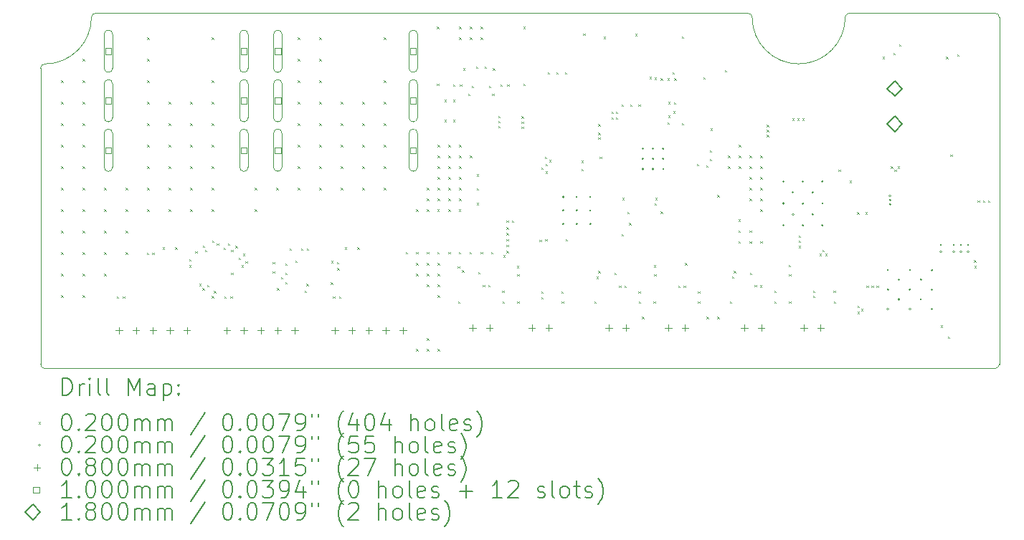
<source format=gbr>
%TF.GenerationSoftware,KiCad,Pcbnew,8.0.3*%
%TF.CreationDate,2024-07-04T14:19:14-04:00*%
%TF.ProjectId,baseboard,62617365-626f-4617-9264-2e6b69636164,A*%
%TF.SameCoordinates,Original*%
%TF.FileFunction,Drillmap*%
%TF.FilePolarity,Positive*%
%FSLAX45Y45*%
G04 Gerber Fmt 4.5, Leading zero omitted, Abs format (unit mm)*
G04 Created by KiCad (PCBNEW 8.0.3) date 2024-07-04 14:19:14*
%MOMM*%
%LPD*%
G01*
G04 APERTURE LIST*
%ADD10C,0.050000*%
%ADD11C,0.200000*%
%ADD12C,0.100000*%
%ADD13C,0.180000*%
G04 APERTURE END LIST*
D10*
X20469320Y-12480000D02*
G75*
G02*
X20419320Y-12530000I-50000J0D01*
G01*
X20419320Y-8330000D02*
G75*
G02*
X20469320Y-8380000I0J-50000D01*
G01*
X9799320Y-8330000D02*
X17499320Y-8330000D01*
X9149320Y-12480000D02*
X9149320Y-8980000D01*
X18699320Y-8330000D02*
X20419320Y-8330000D01*
X9149320Y-8980000D02*
G75*
G02*
X9199320Y-8930000I50000J0D01*
G01*
X20469320Y-8380000D02*
X20469320Y-12480000D01*
X17499829Y-8330000D02*
G75*
G02*
X17549830Y-8380000I1J-50000D01*
G01*
X9749320Y-8380000D02*
G75*
G02*
X9799320Y-8330000I50000J0D01*
G01*
X9749320Y-8380000D02*
G75*
G02*
X9199320Y-8930000I-550000J0D01*
G01*
X9199320Y-12530000D02*
G75*
G02*
X9149320Y-12480000I0J50000D01*
G01*
X18649076Y-8380753D02*
G75*
G02*
X17550584Y-8380000I-549246J753D01*
G01*
X18649320Y-8380000D02*
G75*
G02*
X18699320Y-8330000I50000J0D01*
G01*
X20419320Y-12530000D02*
X9199320Y-12530000D01*
D11*
D12*
X9390820Y-9125000D02*
X9410820Y-9145000D01*
X9410820Y-9125000D02*
X9390820Y-9145000D01*
X9390820Y-9379000D02*
X9410820Y-9399000D01*
X9410820Y-9379000D02*
X9390820Y-9399000D01*
X9390820Y-9633000D02*
X9410820Y-9653000D01*
X9410820Y-9633000D02*
X9390820Y-9653000D01*
X9390820Y-9887000D02*
X9410820Y-9907000D01*
X9410820Y-9887000D02*
X9390820Y-9907000D01*
X9390820Y-10141000D02*
X9410820Y-10161000D01*
X9410820Y-10141000D02*
X9390820Y-10161000D01*
X9390820Y-10395000D02*
X9410820Y-10415000D01*
X9410820Y-10395000D02*
X9390820Y-10415000D01*
X9390820Y-10649000D02*
X9410820Y-10669000D01*
X9410820Y-10649000D02*
X9390820Y-10669000D01*
X9390820Y-10903000D02*
X9410820Y-10923000D01*
X9410820Y-10903000D02*
X9390820Y-10923000D01*
X9390820Y-11157000D02*
X9410820Y-11177000D01*
X9410820Y-11157000D02*
X9390820Y-11177000D01*
X9390820Y-11411000D02*
X9410820Y-11431000D01*
X9410820Y-11411000D02*
X9390820Y-11431000D01*
X9390820Y-11665000D02*
X9410820Y-11685000D01*
X9410820Y-11665000D02*
X9390820Y-11685000D01*
X9644820Y-8871000D02*
X9664820Y-8891000D01*
X9664820Y-8871000D02*
X9644820Y-8891000D01*
X9644820Y-9125000D02*
X9664820Y-9145000D01*
X9664820Y-9125000D02*
X9644820Y-9145000D01*
X9644820Y-9379000D02*
X9664820Y-9399000D01*
X9664820Y-9379000D02*
X9644820Y-9399000D01*
X9644820Y-9633000D02*
X9664820Y-9653000D01*
X9664820Y-9633000D02*
X9644820Y-9653000D01*
X9644820Y-9887000D02*
X9664820Y-9907000D01*
X9664820Y-9887000D02*
X9644820Y-9907000D01*
X9644820Y-10141000D02*
X9664820Y-10161000D01*
X9664820Y-10141000D02*
X9644820Y-10161000D01*
X9644820Y-10395000D02*
X9664820Y-10415000D01*
X9664820Y-10395000D02*
X9644820Y-10415000D01*
X9644820Y-10649000D02*
X9664820Y-10669000D01*
X9664820Y-10649000D02*
X9644820Y-10669000D01*
X9644820Y-10903000D02*
X9664820Y-10923000D01*
X9664820Y-10903000D02*
X9644820Y-10923000D01*
X9644820Y-11157000D02*
X9664820Y-11177000D01*
X9664820Y-11157000D02*
X9644820Y-11177000D01*
X9644820Y-11411000D02*
X9664820Y-11431000D01*
X9664820Y-11411000D02*
X9644820Y-11431000D01*
X9644820Y-11665000D02*
X9664820Y-11685000D01*
X9664820Y-11665000D02*
X9644820Y-11685000D01*
X9898820Y-10395000D02*
X9918820Y-10415000D01*
X9918820Y-10395000D02*
X9898820Y-10415000D01*
X9898820Y-10649000D02*
X9918820Y-10669000D01*
X9918820Y-10649000D02*
X9898820Y-10669000D01*
X9898820Y-10903000D02*
X9918820Y-10923000D01*
X9918820Y-10903000D02*
X9898820Y-10923000D01*
X9898820Y-11157000D02*
X9918820Y-11177000D01*
X9918820Y-11157000D02*
X9898820Y-11177000D01*
X9898820Y-11411000D02*
X9918820Y-11431000D01*
X9918820Y-11411000D02*
X9898820Y-11431000D01*
X10050000Y-11680000D02*
X10070000Y-11700000D01*
X10070000Y-11680000D02*
X10050000Y-11700000D01*
X10120000Y-11680000D02*
X10140000Y-11700000D01*
X10140000Y-11680000D02*
X10120000Y-11700000D01*
X10152820Y-10395000D02*
X10172820Y-10415000D01*
X10172820Y-10395000D02*
X10152820Y-10415000D01*
X10152820Y-10649000D02*
X10172820Y-10669000D01*
X10172820Y-10649000D02*
X10152820Y-10669000D01*
X10152820Y-10903000D02*
X10172820Y-10923000D01*
X10172820Y-10903000D02*
X10152820Y-10923000D01*
X10152820Y-11157000D02*
X10172820Y-11177000D01*
X10172820Y-11157000D02*
X10152820Y-11177000D01*
X10404320Y-11160000D02*
X10424320Y-11180000D01*
X10424320Y-11160000D02*
X10404320Y-11180000D01*
X10406820Y-8617000D02*
X10426820Y-8637000D01*
X10426820Y-8617000D02*
X10406820Y-8637000D01*
X10406820Y-8871000D02*
X10426820Y-8891000D01*
X10426820Y-8871000D02*
X10406820Y-8891000D01*
X10406820Y-9125000D02*
X10426820Y-9145000D01*
X10426820Y-9125000D02*
X10406820Y-9145000D01*
X10406820Y-9379000D02*
X10426820Y-9399000D01*
X10426820Y-9379000D02*
X10406820Y-9399000D01*
X10406820Y-9633000D02*
X10426820Y-9653000D01*
X10426820Y-9633000D02*
X10406820Y-9653000D01*
X10406820Y-9887000D02*
X10426820Y-9907000D01*
X10426820Y-9887000D02*
X10406820Y-9907000D01*
X10406820Y-10141000D02*
X10426820Y-10161000D01*
X10426820Y-10141000D02*
X10406820Y-10161000D01*
X10406820Y-10395000D02*
X10426820Y-10415000D01*
X10426820Y-10395000D02*
X10406820Y-10415000D01*
X10406820Y-10649000D02*
X10426820Y-10669000D01*
X10426820Y-10649000D02*
X10406820Y-10669000D01*
X10466250Y-11160000D02*
X10486250Y-11180000D01*
X10486250Y-11160000D02*
X10466250Y-11180000D01*
X10589320Y-11097500D02*
X10609320Y-11117500D01*
X10609320Y-11097500D02*
X10589320Y-11117500D01*
X10660820Y-9379000D02*
X10680820Y-9399000D01*
X10680820Y-9379000D02*
X10660820Y-9399000D01*
X10660820Y-9633000D02*
X10680820Y-9653000D01*
X10680820Y-9633000D02*
X10660820Y-9653000D01*
X10660820Y-9887000D02*
X10680820Y-9907000D01*
X10680820Y-9887000D02*
X10660820Y-9907000D01*
X10660820Y-10141000D02*
X10680820Y-10161000D01*
X10680820Y-10141000D02*
X10660820Y-10161000D01*
X10660820Y-10395000D02*
X10680820Y-10415000D01*
X10680820Y-10395000D02*
X10660820Y-10415000D01*
X10660820Y-10649000D02*
X10680820Y-10669000D01*
X10680820Y-10649000D02*
X10660820Y-10669000D01*
X10739320Y-11097500D02*
X10759320Y-11117500D01*
X10759320Y-11097500D02*
X10739320Y-11117500D01*
X10901820Y-11240000D02*
X10921820Y-11260000D01*
X10921820Y-11240000D02*
X10901820Y-11260000D01*
X10901820Y-11310000D02*
X10921820Y-11330000D01*
X10921820Y-11310000D02*
X10901820Y-11330000D01*
X10914820Y-9379000D02*
X10934820Y-9399000D01*
X10934820Y-9379000D02*
X10914820Y-9399000D01*
X10914820Y-9633000D02*
X10934820Y-9653000D01*
X10934820Y-9633000D02*
X10914820Y-9653000D01*
X10914820Y-9887000D02*
X10934820Y-9907000D01*
X10934820Y-9887000D02*
X10914820Y-9907000D01*
X10914820Y-10141000D02*
X10934820Y-10161000D01*
X10934820Y-10141000D02*
X10914820Y-10161000D01*
X10914820Y-10395000D02*
X10934820Y-10415000D01*
X10934820Y-10395000D02*
X10914820Y-10415000D01*
X10914820Y-10649000D02*
X10934820Y-10669000D01*
X10934820Y-10649000D02*
X10914820Y-10669000D01*
X10976820Y-11142500D02*
X10996820Y-11162500D01*
X10996820Y-11142500D02*
X10976820Y-11162500D01*
X11020000Y-11530000D02*
X11040000Y-11550000D01*
X11040000Y-11530000D02*
X11020000Y-11550000D01*
X11059320Y-11580000D02*
X11079320Y-11600000D01*
X11079320Y-11580000D02*
X11059320Y-11600000D01*
X11064320Y-11075000D02*
X11084320Y-11095000D01*
X11084320Y-11075000D02*
X11064320Y-11095000D01*
X11089320Y-11130000D02*
X11109320Y-11150000D01*
X11109320Y-11130000D02*
X11089320Y-11150000D01*
X11115000Y-11545000D02*
X11135000Y-11565000D01*
X11135000Y-11545000D02*
X11115000Y-11565000D01*
X11168820Y-8617000D02*
X11188820Y-8637000D01*
X11188820Y-8617000D02*
X11168820Y-8637000D01*
X11168820Y-9125000D02*
X11188820Y-9145000D01*
X11188820Y-9125000D02*
X11168820Y-9145000D01*
X11168820Y-9379000D02*
X11188820Y-9399000D01*
X11188820Y-9379000D02*
X11168820Y-9399000D01*
X11168820Y-9633000D02*
X11188820Y-9653000D01*
X11188820Y-9633000D02*
X11168820Y-9653000D01*
X11168820Y-9887000D02*
X11188820Y-9907000D01*
X11188820Y-9887000D02*
X11168820Y-9907000D01*
X11168820Y-10141000D02*
X11188820Y-10161000D01*
X11188820Y-10141000D02*
X11168820Y-10161000D01*
X11168820Y-10395000D02*
X11188820Y-10415000D01*
X11188820Y-10395000D02*
X11168820Y-10415000D01*
X11168820Y-10649000D02*
X11188820Y-10669000D01*
X11188820Y-10649000D02*
X11168820Y-10669000D01*
X11169320Y-11675000D02*
X11189320Y-11695000D01*
X11189320Y-11675000D02*
X11169320Y-11695000D01*
X11174320Y-11020000D02*
X11194320Y-11040000D01*
X11194320Y-11020000D02*
X11174320Y-11040000D01*
X11195000Y-11615000D02*
X11215000Y-11635000D01*
X11215000Y-11615000D02*
X11195000Y-11635000D01*
X11229320Y-11050000D02*
X11249320Y-11070000D01*
X11249320Y-11050000D02*
X11229320Y-11070000D01*
X11310000Y-11100000D02*
X11330000Y-11120000D01*
X11330000Y-11100000D02*
X11310000Y-11120000D01*
X11320000Y-11680000D02*
X11340000Y-11700000D01*
X11340000Y-11680000D02*
X11320000Y-11700000D01*
X11359320Y-11050000D02*
X11379320Y-11070000D01*
X11379320Y-11050000D02*
X11359320Y-11070000D01*
X11390000Y-11680000D02*
X11410000Y-11700000D01*
X11410000Y-11680000D02*
X11390000Y-11700000D01*
X11399320Y-11400000D02*
X11419320Y-11420000D01*
X11419320Y-11400000D02*
X11399320Y-11420000D01*
X11400340Y-11129660D02*
X11420340Y-11149660D01*
X11420340Y-11129660D02*
X11400340Y-11149660D01*
X11449320Y-11080000D02*
X11469320Y-11100000D01*
X11469320Y-11080000D02*
X11449320Y-11100000D01*
X11489320Y-11220000D02*
X11509320Y-11240000D01*
X11509320Y-11220000D02*
X11489320Y-11240000D01*
X11520000Y-11310000D02*
X11540000Y-11330000D01*
X11540000Y-11310000D02*
X11520000Y-11330000D01*
X11539320Y-11175000D02*
X11559320Y-11195000D01*
X11559320Y-11175000D02*
X11539320Y-11195000D01*
X11569320Y-11265000D02*
X11589320Y-11285000D01*
X11589320Y-11265000D02*
X11569320Y-11285000D01*
X11676820Y-10395000D02*
X11696820Y-10415000D01*
X11696820Y-10395000D02*
X11676820Y-10415000D01*
X11676820Y-10649000D02*
X11696820Y-10669000D01*
X11696820Y-10649000D02*
X11676820Y-10669000D01*
X11889320Y-11270000D02*
X11909320Y-11290000D01*
X11909320Y-11270000D02*
X11889320Y-11290000D01*
X11889320Y-11380000D02*
X11909320Y-11400000D01*
X11909320Y-11380000D02*
X11889320Y-11400000D01*
X11930820Y-10395000D02*
X11950820Y-10415000D01*
X11950820Y-10395000D02*
X11930820Y-10415000D01*
X11939320Y-11580000D02*
X11959320Y-11600000D01*
X11959320Y-11580000D02*
X11939320Y-11600000D01*
X11989320Y-11450000D02*
X12009320Y-11470000D01*
X12009320Y-11450000D02*
X11989320Y-11470000D01*
X12039320Y-11290000D02*
X12059320Y-11310000D01*
X12059320Y-11290000D02*
X12039320Y-11310000D01*
X12039660Y-11400340D02*
X12059660Y-11420340D01*
X12059660Y-11400340D02*
X12039660Y-11420340D01*
X12040000Y-11510000D02*
X12060000Y-11530000D01*
X12060000Y-11510000D02*
X12040000Y-11530000D01*
X12089320Y-11110000D02*
X12109320Y-11130000D01*
X12109320Y-11110000D02*
X12089320Y-11130000D01*
X12159320Y-11255000D02*
X12179320Y-11275000D01*
X12179320Y-11255000D02*
X12159320Y-11275000D01*
X12184820Y-8617000D02*
X12204820Y-8637000D01*
X12204820Y-8617000D02*
X12184820Y-8637000D01*
X12184820Y-8871000D02*
X12204820Y-8891000D01*
X12204820Y-8871000D02*
X12184820Y-8891000D01*
X12184820Y-9125000D02*
X12204820Y-9145000D01*
X12204820Y-9125000D02*
X12184820Y-9145000D01*
X12184820Y-9379000D02*
X12204820Y-9399000D01*
X12204820Y-9379000D02*
X12184820Y-9399000D01*
X12184820Y-9633000D02*
X12204820Y-9653000D01*
X12204820Y-9633000D02*
X12184820Y-9653000D01*
X12184820Y-9887000D02*
X12204820Y-9907000D01*
X12204820Y-9887000D02*
X12184820Y-9907000D01*
X12184820Y-10141000D02*
X12204820Y-10161000D01*
X12204820Y-10141000D02*
X12184820Y-10161000D01*
X12184820Y-10395000D02*
X12204820Y-10415000D01*
X12204820Y-10395000D02*
X12184820Y-10415000D01*
X12224320Y-11110000D02*
X12244320Y-11130000D01*
X12244320Y-11110000D02*
X12224320Y-11130000D01*
X12269320Y-11610000D02*
X12289320Y-11630000D01*
X12289320Y-11610000D02*
X12269320Y-11630000D01*
X12289320Y-11530000D02*
X12309320Y-11550000D01*
X12309320Y-11530000D02*
X12289320Y-11550000D01*
X12290000Y-11110000D02*
X12310000Y-11130000D01*
X12310000Y-11110000D02*
X12290000Y-11130000D01*
X12438820Y-8617000D02*
X12458820Y-8637000D01*
X12458820Y-8617000D02*
X12438820Y-8637000D01*
X12438820Y-8871000D02*
X12458820Y-8891000D01*
X12458820Y-8871000D02*
X12438820Y-8891000D01*
X12438820Y-9125000D02*
X12458820Y-9145000D01*
X12458820Y-9125000D02*
X12438820Y-9145000D01*
X12438820Y-9379000D02*
X12458820Y-9399000D01*
X12458820Y-9379000D02*
X12438820Y-9399000D01*
X12438820Y-9633000D02*
X12458820Y-9653000D01*
X12458820Y-9633000D02*
X12438820Y-9653000D01*
X12438820Y-9887000D02*
X12458820Y-9907000D01*
X12458820Y-9887000D02*
X12438820Y-9907000D01*
X12438820Y-10141000D02*
X12458820Y-10161000D01*
X12458820Y-10141000D02*
X12438820Y-10161000D01*
X12438820Y-10395000D02*
X12458820Y-10415000D01*
X12458820Y-10395000D02*
X12438820Y-10415000D01*
X12576820Y-11512500D02*
X12596820Y-11532500D01*
X12596820Y-11512500D02*
X12576820Y-11532500D01*
X12580000Y-11260000D02*
X12600000Y-11280000D01*
X12600000Y-11260000D02*
X12580000Y-11280000D01*
X12601250Y-11680000D02*
X12621250Y-11700000D01*
X12621250Y-11680000D02*
X12601250Y-11700000D01*
X12649320Y-11270000D02*
X12669320Y-11290000D01*
X12669320Y-11270000D02*
X12649320Y-11290000D01*
X12651820Y-11345000D02*
X12671820Y-11365000D01*
X12671820Y-11345000D02*
X12651820Y-11365000D01*
X12671250Y-11680000D02*
X12691250Y-11700000D01*
X12691250Y-11680000D02*
X12671250Y-11700000D01*
X12692820Y-9379000D02*
X12712820Y-9399000D01*
X12712820Y-9379000D02*
X12692820Y-9399000D01*
X12692820Y-9633000D02*
X12712820Y-9653000D01*
X12712820Y-9633000D02*
X12692820Y-9653000D01*
X12692820Y-9887000D02*
X12712820Y-9907000D01*
X12712820Y-9887000D02*
X12692820Y-9907000D01*
X12692820Y-10141000D02*
X12712820Y-10161000D01*
X12712820Y-10141000D02*
X12692820Y-10161000D01*
X12692820Y-10395000D02*
X12712820Y-10415000D01*
X12712820Y-10395000D02*
X12692820Y-10415000D01*
X12739320Y-11097500D02*
X12759320Y-11117500D01*
X12759320Y-11097500D02*
X12739320Y-11117500D01*
X12889320Y-11097500D02*
X12909320Y-11117500D01*
X12909320Y-11097500D02*
X12889320Y-11117500D01*
X12946820Y-9379000D02*
X12966820Y-9399000D01*
X12966820Y-9379000D02*
X12946820Y-9399000D01*
X12946820Y-9633000D02*
X12966820Y-9653000D01*
X12966820Y-9633000D02*
X12946820Y-9653000D01*
X12946820Y-9887000D02*
X12966820Y-9907000D01*
X12966820Y-9887000D02*
X12946820Y-9907000D01*
X12946820Y-10141000D02*
X12966820Y-10161000D01*
X12966820Y-10141000D02*
X12946820Y-10161000D01*
X12946820Y-10395000D02*
X12966820Y-10415000D01*
X12966820Y-10395000D02*
X12946820Y-10415000D01*
X13200820Y-8617000D02*
X13220820Y-8637000D01*
X13220820Y-8617000D02*
X13200820Y-8637000D01*
X13200820Y-9125000D02*
X13220820Y-9145000D01*
X13220820Y-9125000D02*
X13200820Y-9145000D01*
X13200820Y-9379000D02*
X13220820Y-9399000D01*
X13220820Y-9379000D02*
X13200820Y-9399000D01*
X13200820Y-9633000D02*
X13220820Y-9653000D01*
X13220820Y-9633000D02*
X13200820Y-9653000D01*
X13200820Y-9887000D02*
X13220820Y-9907000D01*
X13220820Y-9887000D02*
X13200820Y-9907000D01*
X13200820Y-10141000D02*
X13220820Y-10161000D01*
X13220820Y-10141000D02*
X13200820Y-10161000D01*
X13200820Y-10395000D02*
X13220820Y-10415000D01*
X13220820Y-10395000D02*
X13200820Y-10415000D01*
X13459320Y-11155000D02*
X13479320Y-11175000D01*
X13479320Y-11155000D02*
X13459320Y-11175000D01*
X13581820Y-11284000D02*
X13601820Y-11304000D01*
X13601820Y-11284000D02*
X13581820Y-11304000D01*
X13581820Y-11411000D02*
X13601820Y-11431000D01*
X13601820Y-11411000D02*
X13581820Y-11431000D01*
X13581820Y-12300000D02*
X13601820Y-12320000D01*
X13601820Y-12300000D02*
X13581820Y-12320000D01*
X13584320Y-10650000D02*
X13604320Y-10670000D01*
X13604320Y-10650000D02*
X13584320Y-10670000D01*
X13584320Y-11155000D02*
X13604320Y-11175000D01*
X13604320Y-11155000D02*
X13584320Y-11175000D01*
X13708820Y-10395000D02*
X13728820Y-10415000D01*
X13728820Y-10395000D02*
X13708820Y-10415000D01*
X13708820Y-10522000D02*
X13728820Y-10542000D01*
X13728820Y-10522000D02*
X13708820Y-10542000D01*
X13708820Y-11284000D02*
X13728820Y-11304000D01*
X13728820Y-11284000D02*
X13708820Y-11304000D01*
X13708820Y-11411000D02*
X13728820Y-11431000D01*
X13728820Y-11411000D02*
X13708820Y-11431000D01*
X13708820Y-11538000D02*
X13728820Y-11558000D01*
X13728820Y-11538000D02*
X13708820Y-11558000D01*
X13708820Y-12173000D02*
X13728820Y-12193000D01*
X13728820Y-12173000D02*
X13708820Y-12193000D01*
X13708820Y-12300000D02*
X13728820Y-12320000D01*
X13728820Y-12300000D02*
X13708820Y-12320000D01*
X13709320Y-10650000D02*
X13729320Y-10670000D01*
X13729320Y-10650000D02*
X13709320Y-10670000D01*
X13709320Y-11155000D02*
X13729320Y-11175000D01*
X13729320Y-11155000D02*
X13709320Y-11175000D01*
X13829000Y-8491000D02*
X13849000Y-8511000D01*
X13849000Y-8491000D02*
X13829000Y-8511000D01*
X13829000Y-9162000D02*
X13849000Y-9182000D01*
X13849000Y-9162000D02*
X13829000Y-9182000D01*
X13834320Y-10650000D02*
X13854320Y-10670000D01*
X13854320Y-10650000D02*
X13834320Y-10670000D01*
X13834320Y-11155000D02*
X13854320Y-11175000D01*
X13854320Y-11155000D02*
X13834320Y-11175000D01*
X13835820Y-9887000D02*
X13855820Y-9907000D01*
X13855820Y-9887000D02*
X13835820Y-9907000D01*
X13835820Y-10014000D02*
X13855820Y-10034000D01*
X13855820Y-10014000D02*
X13835820Y-10034000D01*
X13835820Y-10141000D02*
X13855820Y-10161000D01*
X13855820Y-10141000D02*
X13835820Y-10161000D01*
X13835820Y-10268000D02*
X13855820Y-10288000D01*
X13855820Y-10268000D02*
X13835820Y-10288000D01*
X13835820Y-10395000D02*
X13855820Y-10415000D01*
X13855820Y-10395000D02*
X13835820Y-10415000D01*
X13835820Y-10522000D02*
X13855820Y-10542000D01*
X13855820Y-10522000D02*
X13835820Y-10542000D01*
X13835820Y-11284000D02*
X13855820Y-11304000D01*
X13855820Y-11284000D02*
X13835820Y-11304000D01*
X13835820Y-11411000D02*
X13855820Y-11431000D01*
X13855820Y-11411000D02*
X13835820Y-11431000D01*
X13835820Y-11538000D02*
X13855820Y-11558000D01*
X13855820Y-11538000D02*
X13835820Y-11558000D01*
X13835820Y-11665000D02*
X13855820Y-11685000D01*
X13855820Y-11665000D02*
X13835820Y-11685000D01*
X13835820Y-12300000D02*
X13855820Y-12320000D01*
X13855820Y-12300000D02*
X13835820Y-12320000D01*
X13919320Y-9352500D02*
X13939320Y-9372500D01*
X13939320Y-9352500D02*
X13919320Y-9372500D01*
X13919320Y-9590000D02*
X13939320Y-9610000D01*
X13939320Y-9590000D02*
X13919320Y-9610000D01*
X13962820Y-9887000D02*
X13982820Y-9907000D01*
X13982820Y-9887000D02*
X13962820Y-9907000D01*
X13962820Y-10014000D02*
X13982820Y-10034000D01*
X13982820Y-10014000D02*
X13962820Y-10034000D01*
X13962820Y-10141000D02*
X13982820Y-10161000D01*
X13982820Y-10141000D02*
X13962820Y-10161000D01*
X13962820Y-10268000D02*
X13982820Y-10288000D01*
X13982820Y-10268000D02*
X13962820Y-10288000D01*
X13962820Y-10395000D02*
X13982820Y-10415000D01*
X13982820Y-10395000D02*
X13962820Y-10415000D01*
X13962820Y-10522000D02*
X13982820Y-10542000D01*
X13982820Y-10522000D02*
X13962820Y-10542000D01*
X13964320Y-10650000D02*
X13984320Y-10670000D01*
X13984320Y-10650000D02*
X13964320Y-10670000D01*
X13964320Y-11155000D02*
X13984320Y-11175000D01*
X13984320Y-11155000D02*
X13964320Y-11175000D01*
X14019320Y-9352500D02*
X14039320Y-9372500D01*
X14039320Y-9352500D02*
X14019320Y-9372500D01*
X14019320Y-9590000D02*
X14039320Y-9610000D01*
X14039320Y-9590000D02*
X14019320Y-9610000D01*
X14020000Y-9170000D02*
X14040000Y-9190000D01*
X14040000Y-9170000D02*
X14020000Y-9190000D01*
X14074320Y-11325000D02*
X14094320Y-11345000D01*
X14094320Y-11325000D02*
X14074320Y-11345000D01*
X14077000Y-11737000D02*
X14097000Y-11757000D01*
X14097000Y-11737000D02*
X14077000Y-11757000D01*
X14089320Y-10650000D02*
X14109320Y-10670000D01*
X14109320Y-10650000D02*
X14089320Y-10670000D01*
X14089320Y-11155000D02*
X14109320Y-11175000D01*
X14109320Y-11155000D02*
X14089320Y-11175000D01*
X14089820Y-8490000D02*
X14109820Y-8510000D01*
X14109820Y-8490000D02*
X14089820Y-8510000D01*
X14089820Y-8617000D02*
X14109820Y-8637000D01*
X14109820Y-8617000D02*
X14089820Y-8637000D01*
X14089820Y-9887000D02*
X14109820Y-9907000D01*
X14109820Y-9887000D02*
X14089820Y-9907000D01*
X14089820Y-10014000D02*
X14109820Y-10034000D01*
X14109820Y-10014000D02*
X14089820Y-10034000D01*
X14089820Y-10141000D02*
X14109820Y-10161000D01*
X14109820Y-10141000D02*
X14089820Y-10161000D01*
X14089820Y-10268000D02*
X14109820Y-10288000D01*
X14109820Y-10268000D02*
X14089820Y-10288000D01*
X14089820Y-10395000D02*
X14109820Y-10415000D01*
X14109820Y-10395000D02*
X14089820Y-10415000D01*
X14089820Y-10522000D02*
X14109820Y-10542000D01*
X14109820Y-10522000D02*
X14089820Y-10542000D01*
X14100000Y-9170000D02*
X14120000Y-9190000D01*
X14120000Y-9170000D02*
X14100000Y-9190000D01*
X14124320Y-11367500D02*
X14144320Y-11387500D01*
X14144320Y-11367500D02*
X14124320Y-11387500D01*
X14140000Y-8980000D02*
X14160000Y-9000000D01*
X14160000Y-8980000D02*
X14140000Y-9000000D01*
X14199320Y-9280000D02*
X14219320Y-9300000D01*
X14219320Y-9280000D02*
X14199320Y-9300000D01*
X14214320Y-11155000D02*
X14234320Y-11175000D01*
X14234320Y-11155000D02*
X14214320Y-11175000D01*
X14216820Y-8490000D02*
X14236820Y-8510000D01*
X14236820Y-8490000D02*
X14216820Y-8510000D01*
X14216820Y-8617000D02*
X14236820Y-8637000D01*
X14236820Y-8617000D02*
X14216820Y-8637000D01*
X14216820Y-10014000D02*
X14236820Y-10034000D01*
X14236820Y-10014000D02*
X14216820Y-10034000D01*
X14240000Y-9190000D02*
X14260000Y-9210000D01*
X14260000Y-9190000D02*
X14240000Y-9210000D01*
X14290000Y-8960000D02*
X14310000Y-8980000D01*
X14310000Y-8960000D02*
X14290000Y-8980000D01*
X14298000Y-10572000D02*
X14318000Y-10592000D01*
X14318000Y-10572000D02*
X14298000Y-10592000D01*
X14299000Y-10233000D02*
X14319000Y-10253000D01*
X14319000Y-10233000D02*
X14299000Y-10253000D01*
X14299000Y-10402000D02*
X14319000Y-10422000D01*
X14319000Y-10402000D02*
X14299000Y-10422000D01*
X14314320Y-11387500D02*
X14334320Y-11407500D01*
X14334320Y-11387500D02*
X14314320Y-11407500D01*
X14343820Y-8490000D02*
X14363820Y-8510000D01*
X14363820Y-8490000D02*
X14343820Y-8510000D01*
X14343820Y-8617000D02*
X14363820Y-8637000D01*
X14363820Y-8617000D02*
X14343820Y-8637000D01*
X14344320Y-11155000D02*
X14364320Y-11175000D01*
X14364320Y-11155000D02*
X14344320Y-11175000D01*
X14369320Y-11540000D02*
X14389320Y-11560000D01*
X14389320Y-11540000D02*
X14369320Y-11560000D01*
X14390000Y-8960000D02*
X14410000Y-8980000D01*
X14410000Y-8960000D02*
X14390000Y-8980000D01*
X14431820Y-11540000D02*
X14451820Y-11560000D01*
X14451820Y-11540000D02*
X14431820Y-11560000D01*
X14440000Y-9190000D02*
X14460000Y-9210000D01*
X14460000Y-9190000D02*
X14440000Y-9210000D01*
X14469320Y-11155000D02*
X14489320Y-11175000D01*
X14489320Y-11155000D02*
X14469320Y-11175000D01*
X14479320Y-9280000D02*
X14499320Y-9300000D01*
X14499320Y-9280000D02*
X14479320Y-9300000D01*
X14490000Y-8980000D02*
X14510000Y-9000000D01*
X14510000Y-8980000D02*
X14490000Y-9000000D01*
X14554320Y-9545000D02*
X14574320Y-9565000D01*
X14574320Y-9545000D02*
X14554320Y-9565000D01*
X14554320Y-9605000D02*
X14574320Y-9625000D01*
X14574320Y-9605000D02*
X14554320Y-9625000D01*
X14554320Y-9665000D02*
X14574320Y-9685000D01*
X14574320Y-9665000D02*
X14554320Y-9685000D01*
X14580000Y-9170000D02*
X14600000Y-9190000D01*
X14600000Y-9170000D02*
X14580000Y-9190000D01*
X14598000Y-11609000D02*
X14618000Y-11629000D01*
X14618000Y-11609000D02*
X14598000Y-11629000D01*
X14602000Y-11737000D02*
X14622000Y-11757000D01*
X14622000Y-11737000D02*
X14602000Y-11757000D01*
X14609320Y-11190000D02*
X14629320Y-11210000D01*
X14629320Y-11190000D02*
X14609320Y-11210000D01*
X14649320Y-10780000D02*
X14669320Y-10800000D01*
X14669320Y-10780000D02*
X14649320Y-10800000D01*
X14649320Y-10860000D02*
X14669320Y-10880000D01*
X14669320Y-10860000D02*
X14649320Y-10880000D01*
X14649320Y-10930000D02*
X14669320Y-10950000D01*
X14669320Y-10930000D02*
X14649320Y-10950000D01*
X14649320Y-11000000D02*
X14669320Y-11020000D01*
X14669320Y-11000000D02*
X14649320Y-11020000D01*
X14649320Y-11070000D02*
X14669320Y-11090000D01*
X14669320Y-11070000D02*
X14649320Y-11090000D01*
X14649320Y-11140000D02*
X14669320Y-11160000D01*
X14669320Y-11140000D02*
X14649320Y-11160000D01*
X14660000Y-9170000D02*
X14680000Y-9190000D01*
X14680000Y-9170000D02*
X14660000Y-9190000D01*
X14714320Y-10780000D02*
X14734320Y-10800000D01*
X14734320Y-10780000D02*
X14714320Y-10800000D01*
X14771820Y-11317500D02*
X14791820Y-11337500D01*
X14791820Y-11317500D02*
X14771820Y-11337500D01*
X14776820Y-11417500D02*
X14796820Y-11437500D01*
X14796820Y-11417500D02*
X14776820Y-11437500D01*
X14777000Y-11737000D02*
X14797000Y-11757000D01*
X14797000Y-11737000D02*
X14777000Y-11757000D01*
X14829320Y-9550000D02*
X14849320Y-9570000D01*
X14849320Y-9550000D02*
X14829320Y-9570000D01*
X14829320Y-9610000D02*
X14849320Y-9630000D01*
X14849320Y-9610000D02*
X14829320Y-9630000D01*
X14829320Y-9670000D02*
X14849320Y-9690000D01*
X14849320Y-9670000D02*
X14829320Y-9690000D01*
X14851000Y-8491000D02*
X14871000Y-8511000D01*
X14871000Y-8491000D02*
X14851000Y-8511000D01*
X14851000Y-9163000D02*
X14871000Y-9183000D01*
X14871000Y-9163000D02*
X14851000Y-9183000D01*
X15039320Y-11010000D02*
X15059320Y-11030000D01*
X15059320Y-11010000D02*
X15039320Y-11030000D01*
X15059000Y-11619000D02*
X15079000Y-11639000D01*
X15079000Y-11619000D02*
X15059000Y-11639000D01*
X15059320Y-10155000D02*
X15079320Y-10175000D01*
X15079320Y-10155000D02*
X15059320Y-10175000D01*
X15059320Y-11685000D02*
X15079320Y-11705000D01*
X15079320Y-11685000D02*
X15059320Y-11705000D01*
X15105000Y-10025000D02*
X15125000Y-10045000D01*
X15125000Y-10025000D02*
X15105000Y-10045000D01*
X15106820Y-11002500D02*
X15126820Y-11022500D01*
X15126820Y-11002500D02*
X15106820Y-11022500D01*
X15110000Y-10110000D02*
X15130000Y-10130000D01*
X15130000Y-10110000D02*
X15110000Y-10130000D01*
X15110000Y-10200000D02*
X15130000Y-10220000D01*
X15130000Y-10200000D02*
X15110000Y-10220000D01*
X15139320Y-9030000D02*
X15159320Y-9050000D01*
X15159320Y-9030000D02*
X15139320Y-9050000D01*
X15154320Y-10065000D02*
X15174320Y-10085000D01*
X15174320Y-10065000D02*
X15154320Y-10085000D01*
X15239320Y-9030000D02*
X15259320Y-9050000D01*
X15259320Y-9030000D02*
X15239320Y-9050000D01*
X15300000Y-11619000D02*
X15320000Y-11639000D01*
X15320000Y-11619000D02*
X15300000Y-11639000D01*
X15302000Y-11737000D02*
X15322000Y-11757000D01*
X15322000Y-11737000D02*
X15302000Y-11757000D01*
X15339320Y-9030000D02*
X15359320Y-9050000D01*
X15359320Y-9030000D02*
X15339320Y-9050000D01*
X15346820Y-11002500D02*
X15366820Y-11022500D01*
X15366820Y-11002500D02*
X15346820Y-11022500D01*
X15534320Y-10072500D02*
X15554320Y-10092500D01*
X15554320Y-10072500D02*
X15534320Y-10092500D01*
X15534320Y-10172500D02*
X15554320Y-10192500D01*
X15554320Y-10172500D02*
X15534320Y-10192500D01*
X15557000Y-8572000D02*
X15577000Y-8592000D01*
X15577000Y-8572000D02*
X15557000Y-8592000D01*
X15686000Y-11737000D02*
X15706000Y-11757000D01*
X15706000Y-11737000D02*
X15686000Y-11757000D01*
X15714320Y-11445000D02*
X15734320Y-11465000D01*
X15734320Y-11445000D02*
X15714320Y-11465000D01*
X15734320Y-9642500D02*
X15754320Y-9662500D01*
X15754320Y-9642500D02*
X15734320Y-9662500D01*
X15734320Y-9742500D02*
X15754320Y-9762500D01*
X15754320Y-9742500D02*
X15734320Y-9762500D01*
X15734320Y-9800000D02*
X15754320Y-9820000D01*
X15754320Y-9800000D02*
X15734320Y-9820000D01*
X15734320Y-11377500D02*
X15754320Y-11397500D01*
X15754320Y-11377500D02*
X15734320Y-11397500D01*
X15749320Y-10027500D02*
X15769320Y-10047500D01*
X15769320Y-10027500D02*
X15749320Y-10047500D01*
X15795000Y-8610000D02*
X15815000Y-8630000D01*
X15815000Y-8610000D02*
X15795000Y-8630000D01*
X15889320Y-9495000D02*
X15909320Y-9515000D01*
X15909320Y-9495000D02*
X15889320Y-9515000D01*
X15890000Y-9560000D02*
X15910000Y-9580000D01*
X15910000Y-9560000D02*
X15890000Y-9580000D01*
X15924320Y-11397500D02*
X15944320Y-11417500D01*
X15944320Y-11397500D02*
X15924320Y-11417500D01*
X15939320Y-9495000D02*
X15959320Y-9515000D01*
X15959320Y-9495000D02*
X15939320Y-9515000D01*
X15940000Y-9560000D02*
X15960000Y-9580000D01*
X15960000Y-9560000D02*
X15940000Y-9580000D01*
X15979320Y-11550000D02*
X15999320Y-11570000D01*
X15999320Y-11550000D02*
X15979320Y-11570000D01*
X16009320Y-9407500D02*
X16029320Y-9427500D01*
X16029320Y-9407500D02*
X16009320Y-9427500D01*
X16010000Y-10940000D02*
X16030000Y-10960000D01*
X16030000Y-10940000D02*
X16010000Y-10960000D01*
X16019320Y-10512500D02*
X16039320Y-10532500D01*
X16039320Y-10512500D02*
X16019320Y-10532500D01*
X16041820Y-11550000D02*
X16061820Y-11570000D01*
X16061820Y-11550000D02*
X16041820Y-11570000D01*
X16079320Y-10677500D02*
X16099320Y-10697500D01*
X16099320Y-10677500D02*
X16079320Y-10697500D01*
X16099320Y-10810000D02*
X16119320Y-10830000D01*
X16119320Y-10810000D02*
X16099320Y-10830000D01*
X16109320Y-9407500D02*
X16129320Y-9427500D01*
X16129320Y-9407500D02*
X16109320Y-9427500D01*
X16168000Y-8575000D02*
X16188000Y-8595000D01*
X16188000Y-8575000D02*
X16168000Y-8595000D01*
X16209000Y-11619000D02*
X16229000Y-11639000D01*
X16229000Y-11619000D02*
X16209000Y-11639000D01*
X16209320Y-9407500D02*
X16229320Y-9427500D01*
X16229320Y-9407500D02*
X16209320Y-9427500D01*
X16213000Y-11737000D02*
X16233000Y-11757000D01*
X16233000Y-11737000D02*
X16213000Y-11757000D01*
X16248820Y-11919000D02*
X16268820Y-11939000D01*
X16268820Y-11919000D02*
X16248820Y-11939000D01*
X16339000Y-9083000D02*
X16359000Y-9103000D01*
X16359000Y-9083000D02*
X16339000Y-9103000D01*
X16386000Y-11736000D02*
X16406000Y-11756000D01*
X16406000Y-11736000D02*
X16386000Y-11756000D01*
X16391820Y-11310000D02*
X16411820Y-11330000D01*
X16411820Y-11310000D02*
X16391820Y-11330000D01*
X16394320Y-11417500D02*
X16414320Y-11437500D01*
X16414320Y-11417500D02*
X16394320Y-11437500D01*
X16399320Y-9090000D02*
X16419320Y-9110000D01*
X16419320Y-9090000D02*
X16399320Y-9110000D01*
X16399320Y-10580000D02*
X16419320Y-10600000D01*
X16419320Y-10580000D02*
X16399320Y-10600000D01*
X16409320Y-10512500D02*
X16429320Y-10532500D01*
X16429320Y-10512500D02*
X16409320Y-10532500D01*
X16469320Y-10675000D02*
X16489320Y-10695000D01*
X16489320Y-10675000D02*
X16469320Y-10695000D01*
X16470000Y-9100000D02*
X16490000Y-9120000D01*
X16490000Y-9100000D02*
X16470000Y-9120000D01*
X16549320Y-9620000D02*
X16569320Y-9640000D01*
X16569320Y-9620000D02*
X16549320Y-9640000D01*
X16550000Y-9100000D02*
X16570000Y-9120000D01*
X16570000Y-9100000D02*
X16550000Y-9120000D01*
X16560000Y-9380000D02*
X16580000Y-9400000D01*
X16580000Y-9380000D02*
X16560000Y-9400000D01*
X16560000Y-9540000D02*
X16580000Y-9560000D01*
X16580000Y-9540000D02*
X16560000Y-9560000D01*
X16609320Y-9030000D02*
X16629320Y-9050000D01*
X16629320Y-9030000D02*
X16609320Y-9050000D01*
X16620000Y-9490000D02*
X16640000Y-9510000D01*
X16640000Y-9490000D02*
X16620000Y-9510000D01*
X16629320Y-9385000D02*
X16649320Y-9405000D01*
X16649320Y-9385000D02*
X16629320Y-9405000D01*
X16630000Y-9100000D02*
X16650000Y-9120000D01*
X16650000Y-9100000D02*
X16630000Y-9120000D01*
X16679320Y-11550000D02*
X16699320Y-11570000D01*
X16699320Y-11550000D02*
X16679320Y-11570000D01*
X16719000Y-8604000D02*
X16739000Y-8624000D01*
X16739000Y-8604000D02*
X16719000Y-8624000D01*
X16720000Y-9630000D02*
X16740000Y-9650000D01*
X16740000Y-9630000D02*
X16720000Y-9650000D01*
X16741820Y-11550000D02*
X16761820Y-11570000D01*
X16761820Y-11550000D02*
X16741820Y-11570000D01*
X16756820Y-11284000D02*
X16776820Y-11304000D01*
X16776820Y-11284000D02*
X16756820Y-11304000D01*
X16899320Y-10112500D02*
X16919320Y-10132500D01*
X16919320Y-10112500D02*
X16899320Y-10132500D01*
X16910000Y-11619000D02*
X16930000Y-11639000D01*
X16930000Y-11619000D02*
X16910000Y-11639000D01*
X16912000Y-11737000D02*
X16932000Y-11757000D01*
X16932000Y-11737000D02*
X16912000Y-11757000D01*
X16971820Y-9087500D02*
X16991820Y-9107500D01*
X16991820Y-9087500D02*
X16971820Y-9107500D01*
X17009320Y-10130000D02*
X17029320Y-10150000D01*
X17029320Y-10130000D02*
X17009320Y-10150000D01*
X17010820Y-11919000D02*
X17030820Y-11939000D01*
X17030820Y-11919000D02*
X17010820Y-11939000D01*
X17049320Y-9950000D02*
X17069320Y-9970000D01*
X17069320Y-9950000D02*
X17049320Y-9970000D01*
X17049320Y-10050000D02*
X17069320Y-10070000D01*
X17069320Y-10050000D02*
X17049320Y-10070000D01*
X17061000Y-9692000D02*
X17081000Y-9712000D01*
X17081000Y-9692000D02*
X17061000Y-9712000D01*
X17137820Y-11919000D02*
X17157820Y-11939000D01*
X17157820Y-11919000D02*
X17137820Y-11939000D01*
X17139320Y-10480000D02*
X17159320Y-10500000D01*
X17159320Y-10480000D02*
X17139320Y-10500000D01*
X17226820Y-9000000D02*
X17246820Y-9020000D01*
X17246820Y-9000000D02*
X17226820Y-9020000D01*
X17264820Y-10014000D02*
X17284820Y-10034000D01*
X17284820Y-10014000D02*
X17264820Y-10034000D01*
X17264820Y-10141000D02*
X17284820Y-10161000D01*
X17284820Y-10141000D02*
X17264820Y-10161000D01*
X17286000Y-11737000D02*
X17306000Y-11757000D01*
X17306000Y-11737000D02*
X17286000Y-11757000D01*
X17314320Y-11440000D02*
X17334320Y-11460000D01*
X17334320Y-11440000D02*
X17314320Y-11460000D01*
X17334320Y-11377500D02*
X17354320Y-11397500D01*
X17354320Y-11377500D02*
X17334320Y-11397500D01*
X17388240Y-11026480D02*
X17408240Y-11046480D01*
X17408240Y-11026480D02*
X17388240Y-11046480D01*
X17388780Y-10766860D02*
X17408780Y-10786860D01*
X17408780Y-10766860D02*
X17388780Y-10786860D01*
X17388780Y-10896400D02*
X17408780Y-10916400D01*
X17408780Y-10896400D02*
X17388780Y-10916400D01*
X17389240Y-10767400D02*
X17409240Y-10787400D01*
X17409240Y-10767400D02*
X17389240Y-10787400D01*
X17391820Y-9887000D02*
X17411820Y-9907000D01*
X17411820Y-9887000D02*
X17391820Y-9907000D01*
X17391820Y-10014000D02*
X17411820Y-10034000D01*
X17411820Y-10014000D02*
X17391820Y-10034000D01*
X17391820Y-10141000D02*
X17411820Y-10161000D01*
X17411820Y-10141000D02*
X17391820Y-10161000D01*
X17518240Y-11026480D02*
X17538240Y-11046480D01*
X17538240Y-11026480D02*
X17518240Y-11046480D01*
X17518780Y-10396560D02*
X17538780Y-10416560D01*
X17538780Y-10396560D02*
X17518780Y-10416560D01*
X17518780Y-10521560D02*
X17538780Y-10541560D01*
X17538780Y-10521560D02*
X17518780Y-10541560D01*
X17518780Y-10901020D02*
X17538780Y-10921020D01*
X17538780Y-10901020D02*
X17518780Y-10921020D01*
X17518780Y-11026020D02*
X17538780Y-11046020D01*
X17538780Y-11026020D02*
X17518780Y-11046020D01*
X17518820Y-10014000D02*
X17538820Y-10034000D01*
X17538820Y-10014000D02*
X17518820Y-10034000D01*
X17518820Y-10141000D02*
X17538820Y-10161000D01*
X17538820Y-10141000D02*
X17518820Y-10161000D01*
X17518820Y-10268000D02*
X17538820Y-10288000D01*
X17538820Y-10268000D02*
X17518820Y-10288000D01*
X17521820Y-11397500D02*
X17541820Y-11417500D01*
X17541820Y-11397500D02*
X17521820Y-11417500D01*
X17579320Y-11545000D02*
X17599320Y-11565000D01*
X17599320Y-11545000D02*
X17579320Y-11565000D01*
X17641820Y-11547500D02*
X17661820Y-11567500D01*
X17661820Y-11547500D02*
X17641820Y-11567500D01*
X17645780Y-10648020D02*
X17665780Y-10668020D01*
X17665780Y-10648020D02*
X17645780Y-10668020D01*
X17645780Y-11026480D02*
X17665780Y-11046480D01*
X17665780Y-11026480D02*
X17645780Y-11046480D01*
X17645820Y-10014000D02*
X17665820Y-10034000D01*
X17665820Y-10014000D02*
X17645820Y-10034000D01*
X17645820Y-10141000D02*
X17665820Y-10161000D01*
X17665820Y-10141000D02*
X17645820Y-10161000D01*
X17645820Y-10268000D02*
X17665820Y-10288000D01*
X17665820Y-10268000D02*
X17645820Y-10288000D01*
X17645820Y-10395000D02*
X17665820Y-10415000D01*
X17665820Y-10395000D02*
X17645820Y-10415000D01*
X17645820Y-10522000D02*
X17665820Y-10542000D01*
X17665820Y-10522000D02*
X17645820Y-10542000D01*
X17725000Y-9650000D02*
X17745000Y-9670000D01*
X17745000Y-9650000D02*
X17725000Y-9670000D01*
X17725000Y-9710000D02*
X17745000Y-9730000D01*
X17745000Y-9710000D02*
X17725000Y-9730000D01*
X17725000Y-9770000D02*
X17745000Y-9790000D01*
X17745000Y-9770000D02*
X17725000Y-9790000D01*
X17810000Y-11609000D02*
X17830000Y-11629000D01*
X17830000Y-11609000D02*
X17810000Y-11629000D01*
X17812000Y-11737000D02*
X17832000Y-11757000D01*
X17832000Y-11737000D02*
X17812000Y-11757000D01*
X17981820Y-11307500D02*
X18001820Y-11327500D01*
X18001820Y-11307500D02*
X17981820Y-11327500D01*
X17986000Y-11737000D02*
X18006000Y-11757000D01*
X18006000Y-11737000D02*
X17986000Y-11757000D01*
X17986820Y-11417500D02*
X18006820Y-11437500D01*
X18006820Y-11417500D02*
X17986820Y-11437500D01*
X18025000Y-9575000D02*
X18045000Y-9595000D01*
X18045000Y-9575000D02*
X18025000Y-9595000D01*
X18085000Y-9575000D02*
X18105000Y-9595000D01*
X18105000Y-9575000D02*
X18085000Y-9595000D01*
X18099320Y-10960000D02*
X18119320Y-10980000D01*
X18119320Y-10960000D02*
X18099320Y-10980000D01*
X18099320Y-11020000D02*
X18119320Y-11040000D01*
X18119320Y-11020000D02*
X18099320Y-11040000D01*
X18099320Y-11080000D02*
X18119320Y-11100000D01*
X18119320Y-11080000D02*
X18099320Y-11100000D01*
X18145000Y-9575000D02*
X18165000Y-9595000D01*
X18165000Y-9575000D02*
X18145000Y-9595000D01*
X18269320Y-11670000D02*
X18289320Y-11690000D01*
X18289320Y-11670000D02*
X18269320Y-11690000D01*
X18270000Y-11609000D02*
X18290000Y-11629000D01*
X18290000Y-11609000D02*
X18270000Y-11629000D01*
X18344320Y-11175000D02*
X18364320Y-11195000D01*
X18364320Y-11175000D02*
X18344320Y-11195000D01*
X18379320Y-11130000D02*
X18399320Y-11150000D01*
X18399320Y-11130000D02*
X18379320Y-11150000D01*
X18414320Y-11175000D02*
X18434320Y-11195000D01*
X18434320Y-11175000D02*
X18414320Y-11195000D01*
X18511000Y-11609000D02*
X18531000Y-11629000D01*
X18531000Y-11609000D02*
X18511000Y-11629000D01*
X18513000Y-11737000D02*
X18533000Y-11757000D01*
X18533000Y-11737000D02*
X18513000Y-11757000D01*
X18569320Y-10180000D02*
X18589320Y-10200000D01*
X18589320Y-10180000D02*
X18569320Y-10200000D01*
X18699320Y-10310000D02*
X18719320Y-10330000D01*
X18719320Y-10310000D02*
X18699320Y-10330000D01*
X18789320Y-10682500D02*
X18809320Y-10702500D01*
X18809320Y-10682500D02*
X18789320Y-10702500D01*
X18794320Y-11790000D02*
X18814320Y-11810000D01*
X18814320Y-11790000D02*
X18794320Y-11810000D01*
X18794320Y-11860000D02*
X18814320Y-11880000D01*
X18814320Y-11860000D02*
X18794320Y-11880000D01*
X18839320Y-11825000D02*
X18859320Y-11845000D01*
X18859320Y-11825000D02*
X18839320Y-11845000D01*
X18886820Y-10682500D02*
X18906820Y-10702500D01*
X18906820Y-10682500D02*
X18886820Y-10702500D01*
X18899320Y-11550000D02*
X18919320Y-11570000D01*
X18919320Y-11550000D02*
X18899320Y-11570000D01*
X18959320Y-11550000D02*
X18979320Y-11570000D01*
X18979320Y-11550000D02*
X18959320Y-11570000D01*
X19019320Y-11550000D02*
X19039320Y-11570000D01*
X19039320Y-11550000D02*
X19019320Y-11570000D01*
X19090000Y-8845000D02*
X19110000Y-8865000D01*
X19110000Y-8845000D02*
X19090000Y-8865000D01*
X19189320Y-10140000D02*
X19209320Y-10160000D01*
X19209320Y-10140000D02*
X19189320Y-10160000D01*
X19220000Y-8800000D02*
X19240000Y-8820000D01*
X19240000Y-8800000D02*
X19220000Y-8820000D01*
X19229320Y-10180000D02*
X19249320Y-10200000D01*
X19249320Y-10180000D02*
X19229320Y-10200000D01*
X19269320Y-10140000D02*
X19289320Y-10160000D01*
X19289320Y-10140000D02*
X19269320Y-10160000D01*
X19287500Y-8700000D02*
X19307500Y-8720000D01*
X19307500Y-8700000D02*
X19287500Y-8720000D01*
X19774320Y-12020000D02*
X19794320Y-12040000D01*
X19794320Y-12020000D02*
X19774320Y-12040000D01*
X19840000Y-8845000D02*
X19860000Y-8865000D01*
X19860000Y-8845000D02*
X19840000Y-8865000D01*
X19859320Y-12150000D02*
X19879320Y-12170000D01*
X19879320Y-12150000D02*
X19859320Y-12170000D01*
X19890000Y-10000000D02*
X19910000Y-10020000D01*
X19910000Y-10000000D02*
X19890000Y-10020000D01*
X19970000Y-8815000D02*
X19990000Y-8835000D01*
X19990000Y-8815000D02*
X19970000Y-8835000D01*
X20169320Y-11250000D02*
X20189320Y-11270000D01*
X20189320Y-11250000D02*
X20169320Y-11270000D01*
X20173000Y-11319000D02*
X20193000Y-11339000D01*
X20193000Y-11319000D02*
X20173000Y-11339000D01*
X20211420Y-10545000D02*
X20231420Y-10565000D01*
X20231420Y-10545000D02*
X20211420Y-10565000D01*
X20274320Y-10545000D02*
X20294320Y-10565000D01*
X20294320Y-10545000D02*
X20274320Y-10565000D01*
X20337220Y-10545000D02*
X20357220Y-10565000D01*
X20357220Y-10545000D02*
X20337220Y-10565000D01*
X15329320Y-10502500D02*
G75*
G02*
X15309320Y-10502500I-10000J0D01*
G01*
X15309320Y-10502500D02*
G75*
G02*
X15329320Y-10502500I10000J0D01*
G01*
X15329320Y-10662500D02*
G75*
G02*
X15309320Y-10662500I-10000J0D01*
G01*
X15309320Y-10662500D02*
G75*
G02*
X15329320Y-10662500I10000J0D01*
G01*
X15329320Y-10822500D02*
G75*
G02*
X15309320Y-10822500I-10000J0D01*
G01*
X15309320Y-10822500D02*
G75*
G02*
X15329320Y-10822500I10000J0D01*
G01*
X15489320Y-10502500D02*
G75*
G02*
X15469320Y-10502500I-10000J0D01*
G01*
X15469320Y-10502500D02*
G75*
G02*
X15489320Y-10502500I10000J0D01*
G01*
X15489320Y-10662500D02*
G75*
G02*
X15469320Y-10662500I-10000J0D01*
G01*
X15469320Y-10662500D02*
G75*
G02*
X15489320Y-10662500I10000J0D01*
G01*
X15489320Y-10822500D02*
G75*
G02*
X15469320Y-10822500I-10000J0D01*
G01*
X15469320Y-10822500D02*
G75*
G02*
X15489320Y-10822500I10000J0D01*
G01*
X15649320Y-10502500D02*
G75*
G02*
X15629320Y-10502500I-10000J0D01*
G01*
X15629320Y-10502500D02*
G75*
G02*
X15649320Y-10502500I10000J0D01*
G01*
X15649320Y-10662500D02*
G75*
G02*
X15629320Y-10662500I-10000J0D01*
G01*
X15629320Y-10662500D02*
G75*
G02*
X15649320Y-10662500I10000J0D01*
G01*
X15649320Y-10822500D02*
G75*
G02*
X15629320Y-10822500I-10000J0D01*
G01*
X15629320Y-10822500D02*
G75*
G02*
X15649320Y-10822500I10000J0D01*
G01*
X16269320Y-9932500D02*
G75*
G02*
X16249320Y-9932500I-10000J0D01*
G01*
X16249320Y-9932500D02*
G75*
G02*
X16269320Y-9932500I10000J0D01*
G01*
X16269320Y-10052500D02*
G75*
G02*
X16249320Y-10052500I-10000J0D01*
G01*
X16249320Y-10052500D02*
G75*
G02*
X16269320Y-10052500I10000J0D01*
G01*
X16269320Y-10172500D02*
G75*
G02*
X16249320Y-10172500I-10000J0D01*
G01*
X16249320Y-10172500D02*
G75*
G02*
X16269320Y-10172500I10000J0D01*
G01*
X16389320Y-9932500D02*
G75*
G02*
X16369320Y-9932500I-10000J0D01*
G01*
X16369320Y-9932500D02*
G75*
G02*
X16389320Y-9932500I10000J0D01*
G01*
X16389320Y-10052500D02*
G75*
G02*
X16369320Y-10052500I-10000J0D01*
G01*
X16369320Y-10052500D02*
G75*
G02*
X16389320Y-10052500I10000J0D01*
G01*
X16389320Y-10172500D02*
G75*
G02*
X16369320Y-10172500I-10000J0D01*
G01*
X16369320Y-10172500D02*
G75*
G02*
X16389320Y-10172500I10000J0D01*
G01*
X16509320Y-9932500D02*
G75*
G02*
X16489320Y-9932500I-10000J0D01*
G01*
X16489320Y-9932500D02*
G75*
G02*
X16509320Y-9932500I10000J0D01*
G01*
X16509320Y-10052500D02*
G75*
G02*
X16489320Y-10052500I-10000J0D01*
G01*
X16489320Y-10052500D02*
G75*
G02*
X16509320Y-10052500I10000J0D01*
G01*
X16509320Y-10172500D02*
G75*
G02*
X16489320Y-10172500I-10000J0D01*
G01*
X16489320Y-10172500D02*
G75*
G02*
X16509320Y-10172500I10000J0D01*
G01*
X17929320Y-10319000D02*
G75*
G02*
X17909320Y-10319000I-10000J0D01*
G01*
X17909320Y-10319000D02*
G75*
G02*
X17929320Y-10319000I10000J0D01*
G01*
X17929320Y-10579000D02*
G75*
G02*
X17909320Y-10579000I-10000J0D01*
G01*
X17909320Y-10579000D02*
G75*
G02*
X17929320Y-10579000I10000J0D01*
G01*
X17929320Y-10839000D02*
G75*
G02*
X17909320Y-10839000I-10000J0D01*
G01*
X17909320Y-10839000D02*
G75*
G02*
X17929320Y-10839000I10000J0D01*
G01*
X18039320Y-10449000D02*
G75*
G02*
X18019320Y-10449000I-10000J0D01*
G01*
X18019320Y-10449000D02*
G75*
G02*
X18039320Y-10449000I10000J0D01*
G01*
X18044320Y-10709000D02*
G75*
G02*
X18024320Y-10709000I-10000J0D01*
G01*
X18024320Y-10709000D02*
G75*
G02*
X18044320Y-10709000I10000J0D01*
G01*
X18159320Y-10319000D02*
G75*
G02*
X18139320Y-10319000I-10000J0D01*
G01*
X18139320Y-10319000D02*
G75*
G02*
X18159320Y-10319000I10000J0D01*
G01*
X18159320Y-10580000D02*
G75*
G02*
X18139320Y-10580000I-10000J0D01*
G01*
X18139320Y-10580000D02*
G75*
G02*
X18159320Y-10580000I10000J0D01*
G01*
X18159320Y-10839000D02*
G75*
G02*
X18139320Y-10839000I-10000J0D01*
G01*
X18139320Y-10839000D02*
G75*
G02*
X18159320Y-10839000I10000J0D01*
G01*
X18274320Y-10449000D02*
G75*
G02*
X18254320Y-10449000I-10000J0D01*
G01*
X18254320Y-10449000D02*
G75*
G02*
X18274320Y-10449000I10000J0D01*
G01*
X18274320Y-10709000D02*
G75*
G02*
X18254320Y-10709000I-10000J0D01*
G01*
X18254320Y-10709000D02*
G75*
G02*
X18274320Y-10709000I10000J0D01*
G01*
X18389320Y-10319000D02*
G75*
G02*
X18369320Y-10319000I-10000J0D01*
G01*
X18369320Y-10319000D02*
G75*
G02*
X18389320Y-10319000I10000J0D01*
G01*
X18389320Y-10579000D02*
G75*
G02*
X18369320Y-10579000I-10000J0D01*
G01*
X18369320Y-10579000D02*
G75*
G02*
X18389320Y-10579000I10000J0D01*
G01*
X18389320Y-10839000D02*
G75*
G02*
X18369320Y-10839000I-10000J0D01*
G01*
X18369320Y-10839000D02*
G75*
G02*
X18389320Y-10839000I10000J0D01*
G01*
X19162820Y-11367500D02*
G75*
G02*
X19142820Y-11367500I-10000J0D01*
G01*
X19142820Y-11367500D02*
G75*
G02*
X19162820Y-11367500I10000J0D01*
G01*
X19162820Y-11597500D02*
G75*
G02*
X19142820Y-11597500I-10000J0D01*
G01*
X19142820Y-11597500D02*
G75*
G02*
X19162820Y-11597500I10000J0D01*
G01*
X19162820Y-11827500D02*
G75*
G02*
X19142820Y-11827500I-10000J0D01*
G01*
X19142820Y-11827500D02*
G75*
G02*
X19162820Y-11827500I10000J0D01*
G01*
X19188070Y-10489500D02*
G75*
G02*
X19168070Y-10489500I-10000J0D01*
G01*
X19168070Y-10489500D02*
G75*
G02*
X19188070Y-10489500I10000J0D01*
G01*
X19188070Y-10539500D02*
G75*
G02*
X19168070Y-10539500I-10000J0D01*
G01*
X19168070Y-10539500D02*
G75*
G02*
X19188070Y-10539500I10000J0D01*
G01*
X19188070Y-10589500D02*
G75*
G02*
X19168070Y-10589500I-10000J0D01*
G01*
X19168070Y-10589500D02*
G75*
G02*
X19188070Y-10589500I10000J0D01*
G01*
X19292820Y-11482500D02*
G75*
G02*
X19272820Y-11482500I-10000J0D01*
G01*
X19272820Y-11482500D02*
G75*
G02*
X19292820Y-11482500I10000J0D01*
G01*
X19292820Y-11712500D02*
G75*
G02*
X19272820Y-11712500I-10000J0D01*
G01*
X19272820Y-11712500D02*
G75*
G02*
X19292820Y-11712500I10000J0D01*
G01*
X19421820Y-11597500D02*
G75*
G02*
X19401820Y-11597500I-10000J0D01*
G01*
X19401820Y-11597500D02*
G75*
G02*
X19421820Y-11597500I10000J0D01*
G01*
X19422820Y-11367500D02*
G75*
G02*
X19402820Y-11367500I-10000J0D01*
G01*
X19402820Y-11367500D02*
G75*
G02*
X19422820Y-11367500I10000J0D01*
G01*
X19422820Y-11827500D02*
G75*
G02*
X19402820Y-11827500I-10000J0D01*
G01*
X19402820Y-11827500D02*
G75*
G02*
X19422820Y-11827500I10000J0D01*
G01*
X19552820Y-11477500D02*
G75*
G02*
X19532820Y-11477500I-10000J0D01*
G01*
X19532820Y-11477500D02*
G75*
G02*
X19552820Y-11477500I10000J0D01*
G01*
X19552820Y-11712500D02*
G75*
G02*
X19532820Y-11712500I-10000J0D01*
G01*
X19532820Y-11712500D02*
G75*
G02*
X19552820Y-11712500I10000J0D01*
G01*
X19682820Y-11367500D02*
G75*
G02*
X19662820Y-11367500I-10000J0D01*
G01*
X19662820Y-11367500D02*
G75*
G02*
X19682820Y-11367500I10000J0D01*
G01*
X19682820Y-11597500D02*
G75*
G02*
X19662820Y-11597500I-10000J0D01*
G01*
X19662820Y-11597500D02*
G75*
G02*
X19682820Y-11597500I10000J0D01*
G01*
X19682820Y-11827500D02*
G75*
G02*
X19662820Y-11827500I-10000J0D01*
G01*
X19662820Y-11827500D02*
G75*
G02*
X19682820Y-11827500I10000J0D01*
G01*
X19788070Y-11069500D02*
G75*
G02*
X19768070Y-11069500I-10000J0D01*
G01*
X19768070Y-11069500D02*
G75*
G02*
X19788070Y-11069500I10000J0D01*
G01*
X19788070Y-11149500D02*
G75*
G02*
X19768070Y-11149500I-10000J0D01*
G01*
X19768070Y-11149500D02*
G75*
G02*
X19788070Y-11149500I10000J0D01*
G01*
X19940570Y-11069500D02*
G75*
G02*
X19920570Y-11069500I-10000J0D01*
G01*
X19920570Y-11069500D02*
G75*
G02*
X19940570Y-11069500I10000J0D01*
G01*
X19940570Y-11149500D02*
G75*
G02*
X19920570Y-11149500I-10000J0D01*
G01*
X19920570Y-11149500D02*
G75*
G02*
X19940570Y-11149500I10000J0D01*
G01*
X20025570Y-11069500D02*
G75*
G02*
X20005570Y-11069500I-10000J0D01*
G01*
X20005570Y-11069500D02*
G75*
G02*
X20025570Y-11069500I10000J0D01*
G01*
X20025570Y-11149500D02*
G75*
G02*
X20005570Y-11149500I-10000J0D01*
G01*
X20005570Y-11149500D02*
G75*
G02*
X20025570Y-11149500I10000J0D01*
G01*
X20110570Y-11069500D02*
G75*
G02*
X20090570Y-11069500I-10000J0D01*
G01*
X20090570Y-11069500D02*
G75*
G02*
X20110570Y-11069500I10000J0D01*
G01*
X20110570Y-11149500D02*
G75*
G02*
X20090570Y-11149500I-10000J0D01*
G01*
X20090570Y-11149500D02*
G75*
G02*
X20110570Y-11149500I10000J0D01*
G01*
X10074320Y-12040000D02*
X10074320Y-12120000D01*
X10034320Y-12080000D02*
X10114320Y-12080000D01*
X10275020Y-12040000D02*
X10275020Y-12120000D01*
X10235020Y-12080000D02*
X10315020Y-12080000D01*
X10475620Y-12040000D02*
X10475620Y-12120000D01*
X10435620Y-12080000D02*
X10515620Y-12080000D01*
X10676320Y-12040000D02*
X10676320Y-12120000D01*
X10636320Y-12080000D02*
X10716320Y-12080000D01*
X10876920Y-12040000D02*
X10876920Y-12120000D01*
X10836920Y-12080000D02*
X10916920Y-12080000D01*
X11348070Y-12040000D02*
X11348070Y-12120000D01*
X11308070Y-12080000D02*
X11388070Y-12080000D01*
X11548770Y-12040000D02*
X11548770Y-12120000D01*
X11508770Y-12080000D02*
X11588770Y-12080000D01*
X11749370Y-12040000D02*
X11749370Y-12120000D01*
X11709370Y-12080000D02*
X11789370Y-12080000D01*
X11950070Y-12040000D02*
X11950070Y-12120000D01*
X11910070Y-12080000D02*
X11990070Y-12080000D01*
X12150670Y-12040000D02*
X12150670Y-12120000D01*
X12110670Y-12080000D02*
X12190670Y-12080000D01*
X12624320Y-12040000D02*
X12624320Y-12120000D01*
X12584320Y-12080000D02*
X12664320Y-12080000D01*
X12825020Y-12040000D02*
X12825020Y-12120000D01*
X12785020Y-12080000D02*
X12865020Y-12080000D01*
X13025620Y-12040000D02*
X13025620Y-12120000D01*
X12985620Y-12080000D02*
X13065620Y-12080000D01*
X13226320Y-12040000D02*
X13226320Y-12120000D01*
X13186320Y-12080000D02*
X13266320Y-12080000D01*
X13426920Y-12040000D02*
X13426920Y-12120000D01*
X13386920Y-12080000D02*
X13466920Y-12080000D01*
X14249320Y-12010000D02*
X14249320Y-12090000D01*
X14209320Y-12050000D02*
X14289320Y-12050000D01*
X14449320Y-12010000D02*
X14449320Y-12090000D01*
X14409320Y-12050000D02*
X14489320Y-12050000D01*
X14949320Y-12010000D02*
X14949320Y-12090000D01*
X14909320Y-12050000D02*
X14989320Y-12050000D01*
X15149320Y-12010000D02*
X15149320Y-12090000D01*
X15109320Y-12050000D02*
X15189320Y-12050000D01*
X15859320Y-12010000D02*
X15859320Y-12090000D01*
X15819320Y-12050000D02*
X15899320Y-12050000D01*
X16059320Y-12010000D02*
X16059320Y-12090000D01*
X16019320Y-12050000D02*
X16099320Y-12050000D01*
X16559320Y-12010000D02*
X16559320Y-12090000D01*
X16519320Y-12050000D02*
X16599320Y-12050000D01*
X16759320Y-12010000D02*
X16759320Y-12090000D01*
X16719320Y-12050000D02*
X16799320Y-12050000D01*
X17459320Y-12010000D02*
X17459320Y-12090000D01*
X17419320Y-12050000D02*
X17499320Y-12050000D01*
X17659320Y-12010000D02*
X17659320Y-12090000D01*
X17619320Y-12050000D02*
X17699320Y-12050000D01*
X18159320Y-12010000D02*
X18159320Y-12090000D01*
X18119320Y-12050000D02*
X18199320Y-12050000D01*
X18359320Y-12010000D02*
X18359320Y-12090000D01*
X18319320Y-12050000D02*
X18399320Y-12050000D01*
X9984676Y-8815356D02*
X9984676Y-8744644D01*
X9913964Y-8744644D01*
X9913964Y-8815356D01*
X9984676Y-8815356D01*
X9899320Y-8580000D02*
X9899320Y-8980000D01*
X9999320Y-8980000D02*
G75*
G02*
X9899320Y-8980000I-50000J0D01*
G01*
X9999320Y-8980000D02*
X9999320Y-8580000D01*
X9999320Y-8580000D02*
G75*
G03*
X9899320Y-8580000I-50000J0D01*
G01*
X9984676Y-9400356D02*
X9984676Y-9329644D01*
X9913964Y-9329644D01*
X9913964Y-9400356D01*
X9984676Y-9400356D01*
X9899320Y-9165000D02*
X9899320Y-9565000D01*
X9999320Y-9565000D02*
G75*
G02*
X9899320Y-9565000I-50000J0D01*
G01*
X9999320Y-9565000D02*
X9999320Y-9165000D01*
X9999320Y-9165000D02*
G75*
G03*
X9899320Y-9165000I-50000J0D01*
G01*
X9984676Y-9985356D02*
X9984676Y-9914644D01*
X9913964Y-9914644D01*
X9913964Y-9985356D01*
X9984676Y-9985356D01*
X9899320Y-9750000D02*
X9899320Y-10150000D01*
X9999320Y-10150000D02*
G75*
G02*
X9899320Y-10150000I-50000J0D01*
G01*
X9999320Y-10150000D02*
X9999320Y-9750000D01*
X9999320Y-9750000D02*
G75*
G03*
X9899320Y-9750000I-50000J0D01*
G01*
X11584676Y-8815356D02*
X11584676Y-8744644D01*
X11513964Y-8744644D01*
X11513964Y-8815356D01*
X11584676Y-8815356D01*
X11499320Y-8580000D02*
X11499320Y-8980000D01*
X11599320Y-8980000D02*
G75*
G02*
X11499320Y-8980000I-50000J0D01*
G01*
X11599320Y-8980000D02*
X11599320Y-8580000D01*
X11599320Y-8580000D02*
G75*
G03*
X11499320Y-8580000I-50000J0D01*
G01*
X11584676Y-9400356D02*
X11584676Y-9329644D01*
X11513964Y-9329644D01*
X11513964Y-9400356D01*
X11584676Y-9400356D01*
X11499320Y-9165000D02*
X11499320Y-9565000D01*
X11599320Y-9565000D02*
G75*
G02*
X11499320Y-9565000I-50000J0D01*
G01*
X11599320Y-9565000D02*
X11599320Y-9165000D01*
X11599320Y-9165000D02*
G75*
G03*
X11499320Y-9165000I-50000J0D01*
G01*
X11584676Y-9985356D02*
X11584676Y-9914644D01*
X11513964Y-9914644D01*
X11513964Y-9985356D01*
X11584676Y-9985356D01*
X11499320Y-9750000D02*
X11499320Y-10150000D01*
X11599320Y-10150000D02*
G75*
G02*
X11499320Y-10150000I-50000J0D01*
G01*
X11599320Y-10150000D02*
X11599320Y-9750000D01*
X11599320Y-9750000D02*
G75*
G03*
X11499320Y-9750000I-50000J0D01*
G01*
X11984676Y-8815356D02*
X11984676Y-8744644D01*
X11913964Y-8744644D01*
X11913964Y-8815356D01*
X11984676Y-8815356D01*
X11899320Y-8580000D02*
X11899320Y-8980000D01*
X11999320Y-8980000D02*
G75*
G02*
X11899320Y-8980000I-50000J0D01*
G01*
X11999320Y-8980000D02*
X11999320Y-8580000D01*
X11999320Y-8580000D02*
G75*
G03*
X11899320Y-8580000I-50000J0D01*
G01*
X11984676Y-9400356D02*
X11984676Y-9329644D01*
X11913964Y-9329644D01*
X11913964Y-9400356D01*
X11984676Y-9400356D01*
X11899320Y-9165000D02*
X11899320Y-9565000D01*
X11999320Y-9565000D02*
G75*
G02*
X11899320Y-9565000I-50000J0D01*
G01*
X11999320Y-9565000D02*
X11999320Y-9165000D01*
X11999320Y-9165000D02*
G75*
G03*
X11899320Y-9165000I-50000J0D01*
G01*
X11984676Y-9985356D02*
X11984676Y-9914644D01*
X11913964Y-9914644D01*
X11913964Y-9985356D01*
X11984676Y-9985356D01*
X11899320Y-9750000D02*
X11899320Y-10150000D01*
X11999320Y-10150000D02*
G75*
G02*
X11899320Y-10150000I-50000J0D01*
G01*
X11999320Y-10150000D02*
X11999320Y-9750000D01*
X11999320Y-9750000D02*
G75*
G03*
X11899320Y-9750000I-50000J0D01*
G01*
X13584676Y-8815356D02*
X13584676Y-8744644D01*
X13513964Y-8744644D01*
X13513964Y-8815356D01*
X13584676Y-8815356D01*
X13499320Y-8580000D02*
X13499320Y-8980000D01*
X13599320Y-8980000D02*
G75*
G02*
X13499320Y-8980000I-50000J0D01*
G01*
X13599320Y-8980000D02*
X13599320Y-8580000D01*
X13599320Y-8580000D02*
G75*
G03*
X13499320Y-8580000I-50000J0D01*
G01*
X13584676Y-9400356D02*
X13584676Y-9329644D01*
X13513964Y-9329644D01*
X13513964Y-9400356D01*
X13584676Y-9400356D01*
X13499320Y-9165000D02*
X13499320Y-9565000D01*
X13599320Y-9565000D02*
G75*
G02*
X13499320Y-9565000I-50000J0D01*
G01*
X13599320Y-9565000D02*
X13599320Y-9165000D01*
X13599320Y-9165000D02*
G75*
G03*
X13499320Y-9165000I-50000J0D01*
G01*
X13584676Y-9985356D02*
X13584676Y-9914644D01*
X13513964Y-9914644D01*
X13513964Y-9985356D01*
X13584676Y-9985356D01*
X13499320Y-9750000D02*
X13499320Y-10150000D01*
X13599320Y-10150000D02*
G75*
G02*
X13499320Y-10150000I-50000J0D01*
G01*
X13599320Y-10150000D02*
X13599320Y-9750000D01*
X13599320Y-9750000D02*
G75*
G03*
X13499320Y-9750000I-50000J0D01*
G01*
D13*
X19234320Y-9310000D02*
X19324320Y-9220000D01*
X19234320Y-9130000D01*
X19144320Y-9220000D01*
X19234320Y-9310000D01*
X19234320Y-9730000D02*
X19324320Y-9640000D01*
X19234320Y-9550000D01*
X19144320Y-9640000D01*
X19234320Y-9730000D01*
D11*
X9407597Y-12843984D02*
X9407597Y-12643984D01*
X9407597Y-12643984D02*
X9455216Y-12643984D01*
X9455216Y-12643984D02*
X9483787Y-12653508D01*
X9483787Y-12653508D02*
X9502835Y-12672555D01*
X9502835Y-12672555D02*
X9512359Y-12691603D01*
X9512359Y-12691603D02*
X9521883Y-12729698D01*
X9521883Y-12729698D02*
X9521883Y-12758269D01*
X9521883Y-12758269D02*
X9512359Y-12796365D01*
X9512359Y-12796365D02*
X9502835Y-12815412D01*
X9502835Y-12815412D02*
X9483787Y-12834460D01*
X9483787Y-12834460D02*
X9455216Y-12843984D01*
X9455216Y-12843984D02*
X9407597Y-12843984D01*
X9607597Y-12843984D02*
X9607597Y-12710650D01*
X9607597Y-12748746D02*
X9617121Y-12729698D01*
X9617121Y-12729698D02*
X9626644Y-12720174D01*
X9626644Y-12720174D02*
X9645692Y-12710650D01*
X9645692Y-12710650D02*
X9664740Y-12710650D01*
X9731406Y-12843984D02*
X9731406Y-12710650D01*
X9731406Y-12643984D02*
X9721883Y-12653508D01*
X9721883Y-12653508D02*
X9731406Y-12663031D01*
X9731406Y-12663031D02*
X9740930Y-12653508D01*
X9740930Y-12653508D02*
X9731406Y-12643984D01*
X9731406Y-12643984D02*
X9731406Y-12663031D01*
X9855216Y-12843984D02*
X9836168Y-12834460D01*
X9836168Y-12834460D02*
X9826644Y-12815412D01*
X9826644Y-12815412D02*
X9826644Y-12643984D01*
X9959978Y-12843984D02*
X9940930Y-12834460D01*
X9940930Y-12834460D02*
X9931406Y-12815412D01*
X9931406Y-12815412D02*
X9931406Y-12643984D01*
X10188549Y-12843984D02*
X10188549Y-12643984D01*
X10188549Y-12643984D02*
X10255216Y-12786841D01*
X10255216Y-12786841D02*
X10321883Y-12643984D01*
X10321883Y-12643984D02*
X10321883Y-12843984D01*
X10502835Y-12843984D02*
X10502835Y-12739222D01*
X10502835Y-12739222D02*
X10493311Y-12720174D01*
X10493311Y-12720174D02*
X10474264Y-12710650D01*
X10474264Y-12710650D02*
X10436168Y-12710650D01*
X10436168Y-12710650D02*
X10417121Y-12720174D01*
X10502835Y-12834460D02*
X10483787Y-12843984D01*
X10483787Y-12843984D02*
X10436168Y-12843984D01*
X10436168Y-12843984D02*
X10417121Y-12834460D01*
X10417121Y-12834460D02*
X10407597Y-12815412D01*
X10407597Y-12815412D02*
X10407597Y-12796365D01*
X10407597Y-12796365D02*
X10417121Y-12777317D01*
X10417121Y-12777317D02*
X10436168Y-12767793D01*
X10436168Y-12767793D02*
X10483787Y-12767793D01*
X10483787Y-12767793D02*
X10502835Y-12758269D01*
X10598073Y-12710650D02*
X10598073Y-12910650D01*
X10598073Y-12720174D02*
X10617121Y-12710650D01*
X10617121Y-12710650D02*
X10655216Y-12710650D01*
X10655216Y-12710650D02*
X10674264Y-12720174D01*
X10674264Y-12720174D02*
X10683787Y-12729698D01*
X10683787Y-12729698D02*
X10693311Y-12748746D01*
X10693311Y-12748746D02*
X10693311Y-12805888D01*
X10693311Y-12805888D02*
X10683787Y-12824936D01*
X10683787Y-12824936D02*
X10674264Y-12834460D01*
X10674264Y-12834460D02*
X10655216Y-12843984D01*
X10655216Y-12843984D02*
X10617121Y-12843984D01*
X10617121Y-12843984D02*
X10598073Y-12834460D01*
X10779025Y-12824936D02*
X10788549Y-12834460D01*
X10788549Y-12834460D02*
X10779025Y-12843984D01*
X10779025Y-12843984D02*
X10769502Y-12834460D01*
X10769502Y-12834460D02*
X10779025Y-12824936D01*
X10779025Y-12824936D02*
X10779025Y-12843984D01*
X10779025Y-12720174D02*
X10788549Y-12729698D01*
X10788549Y-12729698D02*
X10779025Y-12739222D01*
X10779025Y-12739222D02*
X10769502Y-12729698D01*
X10769502Y-12729698D02*
X10779025Y-12720174D01*
X10779025Y-12720174D02*
X10779025Y-12739222D01*
D12*
X9126820Y-13162500D02*
X9146820Y-13182500D01*
X9146820Y-13162500D02*
X9126820Y-13182500D01*
D11*
X9445692Y-13063984D02*
X9464740Y-13063984D01*
X9464740Y-13063984D02*
X9483787Y-13073508D01*
X9483787Y-13073508D02*
X9493311Y-13083031D01*
X9493311Y-13083031D02*
X9502835Y-13102079D01*
X9502835Y-13102079D02*
X9512359Y-13140174D01*
X9512359Y-13140174D02*
X9512359Y-13187793D01*
X9512359Y-13187793D02*
X9502835Y-13225888D01*
X9502835Y-13225888D02*
X9493311Y-13244936D01*
X9493311Y-13244936D02*
X9483787Y-13254460D01*
X9483787Y-13254460D02*
X9464740Y-13263984D01*
X9464740Y-13263984D02*
X9445692Y-13263984D01*
X9445692Y-13263984D02*
X9426644Y-13254460D01*
X9426644Y-13254460D02*
X9417121Y-13244936D01*
X9417121Y-13244936D02*
X9407597Y-13225888D01*
X9407597Y-13225888D02*
X9398073Y-13187793D01*
X9398073Y-13187793D02*
X9398073Y-13140174D01*
X9398073Y-13140174D02*
X9407597Y-13102079D01*
X9407597Y-13102079D02*
X9417121Y-13083031D01*
X9417121Y-13083031D02*
X9426644Y-13073508D01*
X9426644Y-13073508D02*
X9445692Y-13063984D01*
X9598073Y-13244936D02*
X9607597Y-13254460D01*
X9607597Y-13254460D02*
X9598073Y-13263984D01*
X9598073Y-13263984D02*
X9588549Y-13254460D01*
X9588549Y-13254460D02*
X9598073Y-13244936D01*
X9598073Y-13244936D02*
X9598073Y-13263984D01*
X9683787Y-13083031D02*
X9693311Y-13073508D01*
X9693311Y-13073508D02*
X9712359Y-13063984D01*
X9712359Y-13063984D02*
X9759978Y-13063984D01*
X9759978Y-13063984D02*
X9779025Y-13073508D01*
X9779025Y-13073508D02*
X9788549Y-13083031D01*
X9788549Y-13083031D02*
X9798073Y-13102079D01*
X9798073Y-13102079D02*
X9798073Y-13121127D01*
X9798073Y-13121127D02*
X9788549Y-13149698D01*
X9788549Y-13149698D02*
X9674264Y-13263984D01*
X9674264Y-13263984D02*
X9798073Y-13263984D01*
X9921883Y-13063984D02*
X9940930Y-13063984D01*
X9940930Y-13063984D02*
X9959978Y-13073508D01*
X9959978Y-13073508D02*
X9969502Y-13083031D01*
X9969502Y-13083031D02*
X9979025Y-13102079D01*
X9979025Y-13102079D02*
X9988549Y-13140174D01*
X9988549Y-13140174D02*
X9988549Y-13187793D01*
X9988549Y-13187793D02*
X9979025Y-13225888D01*
X9979025Y-13225888D02*
X9969502Y-13244936D01*
X9969502Y-13244936D02*
X9959978Y-13254460D01*
X9959978Y-13254460D02*
X9940930Y-13263984D01*
X9940930Y-13263984D02*
X9921883Y-13263984D01*
X9921883Y-13263984D02*
X9902835Y-13254460D01*
X9902835Y-13254460D02*
X9893311Y-13244936D01*
X9893311Y-13244936D02*
X9883787Y-13225888D01*
X9883787Y-13225888D02*
X9874264Y-13187793D01*
X9874264Y-13187793D02*
X9874264Y-13140174D01*
X9874264Y-13140174D02*
X9883787Y-13102079D01*
X9883787Y-13102079D02*
X9893311Y-13083031D01*
X9893311Y-13083031D02*
X9902835Y-13073508D01*
X9902835Y-13073508D02*
X9921883Y-13063984D01*
X10112359Y-13063984D02*
X10131406Y-13063984D01*
X10131406Y-13063984D02*
X10150454Y-13073508D01*
X10150454Y-13073508D02*
X10159978Y-13083031D01*
X10159978Y-13083031D02*
X10169502Y-13102079D01*
X10169502Y-13102079D02*
X10179025Y-13140174D01*
X10179025Y-13140174D02*
X10179025Y-13187793D01*
X10179025Y-13187793D02*
X10169502Y-13225888D01*
X10169502Y-13225888D02*
X10159978Y-13244936D01*
X10159978Y-13244936D02*
X10150454Y-13254460D01*
X10150454Y-13254460D02*
X10131406Y-13263984D01*
X10131406Y-13263984D02*
X10112359Y-13263984D01*
X10112359Y-13263984D02*
X10093311Y-13254460D01*
X10093311Y-13254460D02*
X10083787Y-13244936D01*
X10083787Y-13244936D02*
X10074264Y-13225888D01*
X10074264Y-13225888D02*
X10064740Y-13187793D01*
X10064740Y-13187793D02*
X10064740Y-13140174D01*
X10064740Y-13140174D02*
X10074264Y-13102079D01*
X10074264Y-13102079D02*
X10083787Y-13083031D01*
X10083787Y-13083031D02*
X10093311Y-13073508D01*
X10093311Y-13073508D02*
X10112359Y-13063984D01*
X10264740Y-13263984D02*
X10264740Y-13130650D01*
X10264740Y-13149698D02*
X10274264Y-13140174D01*
X10274264Y-13140174D02*
X10293311Y-13130650D01*
X10293311Y-13130650D02*
X10321883Y-13130650D01*
X10321883Y-13130650D02*
X10340930Y-13140174D01*
X10340930Y-13140174D02*
X10350454Y-13159222D01*
X10350454Y-13159222D02*
X10350454Y-13263984D01*
X10350454Y-13159222D02*
X10359978Y-13140174D01*
X10359978Y-13140174D02*
X10379025Y-13130650D01*
X10379025Y-13130650D02*
X10407597Y-13130650D01*
X10407597Y-13130650D02*
X10426645Y-13140174D01*
X10426645Y-13140174D02*
X10436168Y-13159222D01*
X10436168Y-13159222D02*
X10436168Y-13263984D01*
X10531406Y-13263984D02*
X10531406Y-13130650D01*
X10531406Y-13149698D02*
X10540930Y-13140174D01*
X10540930Y-13140174D02*
X10559978Y-13130650D01*
X10559978Y-13130650D02*
X10588549Y-13130650D01*
X10588549Y-13130650D02*
X10607597Y-13140174D01*
X10607597Y-13140174D02*
X10617121Y-13159222D01*
X10617121Y-13159222D02*
X10617121Y-13263984D01*
X10617121Y-13159222D02*
X10626645Y-13140174D01*
X10626645Y-13140174D02*
X10645692Y-13130650D01*
X10645692Y-13130650D02*
X10674264Y-13130650D01*
X10674264Y-13130650D02*
X10693311Y-13140174D01*
X10693311Y-13140174D02*
X10702835Y-13159222D01*
X10702835Y-13159222D02*
X10702835Y-13263984D01*
X11093311Y-13054460D02*
X10921883Y-13311603D01*
X11350454Y-13063984D02*
X11369502Y-13063984D01*
X11369502Y-13063984D02*
X11388549Y-13073508D01*
X11388549Y-13073508D02*
X11398073Y-13083031D01*
X11398073Y-13083031D02*
X11407597Y-13102079D01*
X11407597Y-13102079D02*
X11417121Y-13140174D01*
X11417121Y-13140174D02*
X11417121Y-13187793D01*
X11417121Y-13187793D02*
X11407597Y-13225888D01*
X11407597Y-13225888D02*
X11398073Y-13244936D01*
X11398073Y-13244936D02*
X11388549Y-13254460D01*
X11388549Y-13254460D02*
X11369502Y-13263984D01*
X11369502Y-13263984D02*
X11350454Y-13263984D01*
X11350454Y-13263984D02*
X11331406Y-13254460D01*
X11331406Y-13254460D02*
X11321883Y-13244936D01*
X11321883Y-13244936D02*
X11312359Y-13225888D01*
X11312359Y-13225888D02*
X11302835Y-13187793D01*
X11302835Y-13187793D02*
X11302835Y-13140174D01*
X11302835Y-13140174D02*
X11312359Y-13102079D01*
X11312359Y-13102079D02*
X11321883Y-13083031D01*
X11321883Y-13083031D02*
X11331406Y-13073508D01*
X11331406Y-13073508D02*
X11350454Y-13063984D01*
X11502835Y-13244936D02*
X11512359Y-13254460D01*
X11512359Y-13254460D02*
X11502835Y-13263984D01*
X11502835Y-13263984D02*
X11493311Y-13254460D01*
X11493311Y-13254460D02*
X11502835Y-13244936D01*
X11502835Y-13244936D02*
X11502835Y-13263984D01*
X11636168Y-13063984D02*
X11655216Y-13063984D01*
X11655216Y-13063984D02*
X11674264Y-13073508D01*
X11674264Y-13073508D02*
X11683787Y-13083031D01*
X11683787Y-13083031D02*
X11693311Y-13102079D01*
X11693311Y-13102079D02*
X11702835Y-13140174D01*
X11702835Y-13140174D02*
X11702835Y-13187793D01*
X11702835Y-13187793D02*
X11693311Y-13225888D01*
X11693311Y-13225888D02*
X11683787Y-13244936D01*
X11683787Y-13244936D02*
X11674264Y-13254460D01*
X11674264Y-13254460D02*
X11655216Y-13263984D01*
X11655216Y-13263984D02*
X11636168Y-13263984D01*
X11636168Y-13263984D02*
X11617121Y-13254460D01*
X11617121Y-13254460D02*
X11607597Y-13244936D01*
X11607597Y-13244936D02*
X11598073Y-13225888D01*
X11598073Y-13225888D02*
X11588549Y-13187793D01*
X11588549Y-13187793D02*
X11588549Y-13140174D01*
X11588549Y-13140174D02*
X11598073Y-13102079D01*
X11598073Y-13102079D02*
X11607597Y-13083031D01*
X11607597Y-13083031D02*
X11617121Y-13073508D01*
X11617121Y-13073508D02*
X11636168Y-13063984D01*
X11826645Y-13063984D02*
X11845692Y-13063984D01*
X11845692Y-13063984D02*
X11864740Y-13073508D01*
X11864740Y-13073508D02*
X11874264Y-13083031D01*
X11874264Y-13083031D02*
X11883787Y-13102079D01*
X11883787Y-13102079D02*
X11893311Y-13140174D01*
X11893311Y-13140174D02*
X11893311Y-13187793D01*
X11893311Y-13187793D02*
X11883787Y-13225888D01*
X11883787Y-13225888D02*
X11874264Y-13244936D01*
X11874264Y-13244936D02*
X11864740Y-13254460D01*
X11864740Y-13254460D02*
X11845692Y-13263984D01*
X11845692Y-13263984D02*
X11826645Y-13263984D01*
X11826645Y-13263984D02*
X11807597Y-13254460D01*
X11807597Y-13254460D02*
X11798073Y-13244936D01*
X11798073Y-13244936D02*
X11788549Y-13225888D01*
X11788549Y-13225888D02*
X11779026Y-13187793D01*
X11779026Y-13187793D02*
X11779026Y-13140174D01*
X11779026Y-13140174D02*
X11788549Y-13102079D01*
X11788549Y-13102079D02*
X11798073Y-13083031D01*
X11798073Y-13083031D02*
X11807597Y-13073508D01*
X11807597Y-13073508D02*
X11826645Y-13063984D01*
X11959978Y-13063984D02*
X12093311Y-13063984D01*
X12093311Y-13063984D02*
X12007597Y-13263984D01*
X12179026Y-13263984D02*
X12217121Y-13263984D01*
X12217121Y-13263984D02*
X12236168Y-13254460D01*
X12236168Y-13254460D02*
X12245692Y-13244936D01*
X12245692Y-13244936D02*
X12264740Y-13216365D01*
X12264740Y-13216365D02*
X12274264Y-13178269D01*
X12274264Y-13178269D02*
X12274264Y-13102079D01*
X12274264Y-13102079D02*
X12264740Y-13083031D01*
X12264740Y-13083031D02*
X12255216Y-13073508D01*
X12255216Y-13073508D02*
X12236168Y-13063984D01*
X12236168Y-13063984D02*
X12198073Y-13063984D01*
X12198073Y-13063984D02*
X12179026Y-13073508D01*
X12179026Y-13073508D02*
X12169502Y-13083031D01*
X12169502Y-13083031D02*
X12159978Y-13102079D01*
X12159978Y-13102079D02*
X12159978Y-13149698D01*
X12159978Y-13149698D02*
X12169502Y-13168746D01*
X12169502Y-13168746D02*
X12179026Y-13178269D01*
X12179026Y-13178269D02*
X12198073Y-13187793D01*
X12198073Y-13187793D02*
X12236168Y-13187793D01*
X12236168Y-13187793D02*
X12255216Y-13178269D01*
X12255216Y-13178269D02*
X12264740Y-13168746D01*
X12264740Y-13168746D02*
X12274264Y-13149698D01*
X12350454Y-13063984D02*
X12350454Y-13102079D01*
X12426645Y-13063984D02*
X12426645Y-13102079D01*
X12721883Y-13340174D02*
X12712359Y-13330650D01*
X12712359Y-13330650D02*
X12693311Y-13302079D01*
X12693311Y-13302079D02*
X12683788Y-13283031D01*
X12683788Y-13283031D02*
X12674264Y-13254460D01*
X12674264Y-13254460D02*
X12664740Y-13206841D01*
X12664740Y-13206841D02*
X12664740Y-13168746D01*
X12664740Y-13168746D02*
X12674264Y-13121127D01*
X12674264Y-13121127D02*
X12683788Y-13092555D01*
X12683788Y-13092555D02*
X12693311Y-13073508D01*
X12693311Y-13073508D02*
X12712359Y-13044936D01*
X12712359Y-13044936D02*
X12721883Y-13035412D01*
X12883788Y-13130650D02*
X12883788Y-13263984D01*
X12836168Y-13054460D02*
X12788549Y-13197317D01*
X12788549Y-13197317D02*
X12912359Y-13197317D01*
X13026645Y-13063984D02*
X13045692Y-13063984D01*
X13045692Y-13063984D02*
X13064740Y-13073508D01*
X13064740Y-13073508D02*
X13074264Y-13083031D01*
X13074264Y-13083031D02*
X13083788Y-13102079D01*
X13083788Y-13102079D02*
X13093311Y-13140174D01*
X13093311Y-13140174D02*
X13093311Y-13187793D01*
X13093311Y-13187793D02*
X13083788Y-13225888D01*
X13083788Y-13225888D02*
X13074264Y-13244936D01*
X13074264Y-13244936D02*
X13064740Y-13254460D01*
X13064740Y-13254460D02*
X13045692Y-13263984D01*
X13045692Y-13263984D02*
X13026645Y-13263984D01*
X13026645Y-13263984D02*
X13007597Y-13254460D01*
X13007597Y-13254460D02*
X12998073Y-13244936D01*
X12998073Y-13244936D02*
X12988549Y-13225888D01*
X12988549Y-13225888D02*
X12979026Y-13187793D01*
X12979026Y-13187793D02*
X12979026Y-13140174D01*
X12979026Y-13140174D02*
X12988549Y-13102079D01*
X12988549Y-13102079D02*
X12998073Y-13083031D01*
X12998073Y-13083031D02*
X13007597Y-13073508D01*
X13007597Y-13073508D02*
X13026645Y-13063984D01*
X13264740Y-13130650D02*
X13264740Y-13263984D01*
X13217121Y-13054460D02*
X13169502Y-13197317D01*
X13169502Y-13197317D02*
X13293311Y-13197317D01*
X13521883Y-13263984D02*
X13521883Y-13063984D01*
X13607597Y-13263984D02*
X13607597Y-13159222D01*
X13607597Y-13159222D02*
X13598073Y-13140174D01*
X13598073Y-13140174D02*
X13579026Y-13130650D01*
X13579026Y-13130650D02*
X13550454Y-13130650D01*
X13550454Y-13130650D02*
X13531407Y-13140174D01*
X13531407Y-13140174D02*
X13521883Y-13149698D01*
X13731407Y-13263984D02*
X13712359Y-13254460D01*
X13712359Y-13254460D02*
X13702835Y-13244936D01*
X13702835Y-13244936D02*
X13693311Y-13225888D01*
X13693311Y-13225888D02*
X13693311Y-13168746D01*
X13693311Y-13168746D02*
X13702835Y-13149698D01*
X13702835Y-13149698D02*
X13712359Y-13140174D01*
X13712359Y-13140174D02*
X13731407Y-13130650D01*
X13731407Y-13130650D02*
X13759978Y-13130650D01*
X13759978Y-13130650D02*
X13779026Y-13140174D01*
X13779026Y-13140174D02*
X13788550Y-13149698D01*
X13788550Y-13149698D02*
X13798073Y-13168746D01*
X13798073Y-13168746D02*
X13798073Y-13225888D01*
X13798073Y-13225888D02*
X13788550Y-13244936D01*
X13788550Y-13244936D02*
X13779026Y-13254460D01*
X13779026Y-13254460D02*
X13759978Y-13263984D01*
X13759978Y-13263984D02*
X13731407Y-13263984D01*
X13912359Y-13263984D02*
X13893311Y-13254460D01*
X13893311Y-13254460D02*
X13883788Y-13235412D01*
X13883788Y-13235412D02*
X13883788Y-13063984D01*
X14064740Y-13254460D02*
X14045692Y-13263984D01*
X14045692Y-13263984D02*
X14007597Y-13263984D01*
X14007597Y-13263984D02*
X13988550Y-13254460D01*
X13988550Y-13254460D02*
X13979026Y-13235412D01*
X13979026Y-13235412D02*
X13979026Y-13159222D01*
X13979026Y-13159222D02*
X13988550Y-13140174D01*
X13988550Y-13140174D02*
X14007597Y-13130650D01*
X14007597Y-13130650D02*
X14045692Y-13130650D01*
X14045692Y-13130650D02*
X14064740Y-13140174D01*
X14064740Y-13140174D02*
X14074264Y-13159222D01*
X14074264Y-13159222D02*
X14074264Y-13178269D01*
X14074264Y-13178269D02*
X13979026Y-13197317D01*
X14150454Y-13254460D02*
X14169502Y-13263984D01*
X14169502Y-13263984D02*
X14207597Y-13263984D01*
X14207597Y-13263984D02*
X14226645Y-13254460D01*
X14226645Y-13254460D02*
X14236169Y-13235412D01*
X14236169Y-13235412D02*
X14236169Y-13225888D01*
X14236169Y-13225888D02*
X14226645Y-13206841D01*
X14226645Y-13206841D02*
X14207597Y-13197317D01*
X14207597Y-13197317D02*
X14179026Y-13197317D01*
X14179026Y-13197317D02*
X14159978Y-13187793D01*
X14159978Y-13187793D02*
X14150454Y-13168746D01*
X14150454Y-13168746D02*
X14150454Y-13159222D01*
X14150454Y-13159222D02*
X14159978Y-13140174D01*
X14159978Y-13140174D02*
X14179026Y-13130650D01*
X14179026Y-13130650D02*
X14207597Y-13130650D01*
X14207597Y-13130650D02*
X14226645Y-13140174D01*
X14302835Y-13340174D02*
X14312359Y-13330650D01*
X14312359Y-13330650D02*
X14331407Y-13302079D01*
X14331407Y-13302079D02*
X14340931Y-13283031D01*
X14340931Y-13283031D02*
X14350454Y-13254460D01*
X14350454Y-13254460D02*
X14359978Y-13206841D01*
X14359978Y-13206841D02*
X14359978Y-13168746D01*
X14359978Y-13168746D02*
X14350454Y-13121127D01*
X14350454Y-13121127D02*
X14340931Y-13092555D01*
X14340931Y-13092555D02*
X14331407Y-13073508D01*
X14331407Y-13073508D02*
X14312359Y-13044936D01*
X14312359Y-13044936D02*
X14302835Y-13035412D01*
D12*
X9146820Y-13436500D02*
G75*
G02*
X9126820Y-13436500I-10000J0D01*
G01*
X9126820Y-13436500D02*
G75*
G02*
X9146820Y-13436500I10000J0D01*
G01*
D11*
X9445692Y-13327984D02*
X9464740Y-13327984D01*
X9464740Y-13327984D02*
X9483787Y-13337508D01*
X9483787Y-13337508D02*
X9493311Y-13347031D01*
X9493311Y-13347031D02*
X9502835Y-13366079D01*
X9502835Y-13366079D02*
X9512359Y-13404174D01*
X9512359Y-13404174D02*
X9512359Y-13451793D01*
X9512359Y-13451793D02*
X9502835Y-13489888D01*
X9502835Y-13489888D02*
X9493311Y-13508936D01*
X9493311Y-13508936D02*
X9483787Y-13518460D01*
X9483787Y-13518460D02*
X9464740Y-13527984D01*
X9464740Y-13527984D02*
X9445692Y-13527984D01*
X9445692Y-13527984D02*
X9426644Y-13518460D01*
X9426644Y-13518460D02*
X9417121Y-13508936D01*
X9417121Y-13508936D02*
X9407597Y-13489888D01*
X9407597Y-13489888D02*
X9398073Y-13451793D01*
X9398073Y-13451793D02*
X9398073Y-13404174D01*
X9398073Y-13404174D02*
X9407597Y-13366079D01*
X9407597Y-13366079D02*
X9417121Y-13347031D01*
X9417121Y-13347031D02*
X9426644Y-13337508D01*
X9426644Y-13337508D02*
X9445692Y-13327984D01*
X9598073Y-13508936D02*
X9607597Y-13518460D01*
X9607597Y-13518460D02*
X9598073Y-13527984D01*
X9598073Y-13527984D02*
X9588549Y-13518460D01*
X9588549Y-13518460D02*
X9598073Y-13508936D01*
X9598073Y-13508936D02*
X9598073Y-13527984D01*
X9683787Y-13347031D02*
X9693311Y-13337508D01*
X9693311Y-13337508D02*
X9712359Y-13327984D01*
X9712359Y-13327984D02*
X9759978Y-13327984D01*
X9759978Y-13327984D02*
X9779025Y-13337508D01*
X9779025Y-13337508D02*
X9788549Y-13347031D01*
X9788549Y-13347031D02*
X9798073Y-13366079D01*
X9798073Y-13366079D02*
X9798073Y-13385127D01*
X9798073Y-13385127D02*
X9788549Y-13413698D01*
X9788549Y-13413698D02*
X9674264Y-13527984D01*
X9674264Y-13527984D02*
X9798073Y-13527984D01*
X9921883Y-13327984D02*
X9940930Y-13327984D01*
X9940930Y-13327984D02*
X9959978Y-13337508D01*
X9959978Y-13337508D02*
X9969502Y-13347031D01*
X9969502Y-13347031D02*
X9979025Y-13366079D01*
X9979025Y-13366079D02*
X9988549Y-13404174D01*
X9988549Y-13404174D02*
X9988549Y-13451793D01*
X9988549Y-13451793D02*
X9979025Y-13489888D01*
X9979025Y-13489888D02*
X9969502Y-13508936D01*
X9969502Y-13508936D02*
X9959978Y-13518460D01*
X9959978Y-13518460D02*
X9940930Y-13527984D01*
X9940930Y-13527984D02*
X9921883Y-13527984D01*
X9921883Y-13527984D02*
X9902835Y-13518460D01*
X9902835Y-13518460D02*
X9893311Y-13508936D01*
X9893311Y-13508936D02*
X9883787Y-13489888D01*
X9883787Y-13489888D02*
X9874264Y-13451793D01*
X9874264Y-13451793D02*
X9874264Y-13404174D01*
X9874264Y-13404174D02*
X9883787Y-13366079D01*
X9883787Y-13366079D02*
X9893311Y-13347031D01*
X9893311Y-13347031D02*
X9902835Y-13337508D01*
X9902835Y-13337508D02*
X9921883Y-13327984D01*
X10112359Y-13327984D02*
X10131406Y-13327984D01*
X10131406Y-13327984D02*
X10150454Y-13337508D01*
X10150454Y-13337508D02*
X10159978Y-13347031D01*
X10159978Y-13347031D02*
X10169502Y-13366079D01*
X10169502Y-13366079D02*
X10179025Y-13404174D01*
X10179025Y-13404174D02*
X10179025Y-13451793D01*
X10179025Y-13451793D02*
X10169502Y-13489888D01*
X10169502Y-13489888D02*
X10159978Y-13508936D01*
X10159978Y-13508936D02*
X10150454Y-13518460D01*
X10150454Y-13518460D02*
X10131406Y-13527984D01*
X10131406Y-13527984D02*
X10112359Y-13527984D01*
X10112359Y-13527984D02*
X10093311Y-13518460D01*
X10093311Y-13518460D02*
X10083787Y-13508936D01*
X10083787Y-13508936D02*
X10074264Y-13489888D01*
X10074264Y-13489888D02*
X10064740Y-13451793D01*
X10064740Y-13451793D02*
X10064740Y-13404174D01*
X10064740Y-13404174D02*
X10074264Y-13366079D01*
X10074264Y-13366079D02*
X10083787Y-13347031D01*
X10083787Y-13347031D02*
X10093311Y-13337508D01*
X10093311Y-13337508D02*
X10112359Y-13327984D01*
X10264740Y-13527984D02*
X10264740Y-13394650D01*
X10264740Y-13413698D02*
X10274264Y-13404174D01*
X10274264Y-13404174D02*
X10293311Y-13394650D01*
X10293311Y-13394650D02*
X10321883Y-13394650D01*
X10321883Y-13394650D02*
X10340930Y-13404174D01*
X10340930Y-13404174D02*
X10350454Y-13423222D01*
X10350454Y-13423222D02*
X10350454Y-13527984D01*
X10350454Y-13423222D02*
X10359978Y-13404174D01*
X10359978Y-13404174D02*
X10379025Y-13394650D01*
X10379025Y-13394650D02*
X10407597Y-13394650D01*
X10407597Y-13394650D02*
X10426645Y-13404174D01*
X10426645Y-13404174D02*
X10436168Y-13423222D01*
X10436168Y-13423222D02*
X10436168Y-13527984D01*
X10531406Y-13527984D02*
X10531406Y-13394650D01*
X10531406Y-13413698D02*
X10540930Y-13404174D01*
X10540930Y-13404174D02*
X10559978Y-13394650D01*
X10559978Y-13394650D02*
X10588549Y-13394650D01*
X10588549Y-13394650D02*
X10607597Y-13404174D01*
X10607597Y-13404174D02*
X10617121Y-13423222D01*
X10617121Y-13423222D02*
X10617121Y-13527984D01*
X10617121Y-13423222D02*
X10626645Y-13404174D01*
X10626645Y-13404174D02*
X10645692Y-13394650D01*
X10645692Y-13394650D02*
X10674264Y-13394650D01*
X10674264Y-13394650D02*
X10693311Y-13404174D01*
X10693311Y-13404174D02*
X10702835Y-13423222D01*
X10702835Y-13423222D02*
X10702835Y-13527984D01*
X11093311Y-13318460D02*
X10921883Y-13575603D01*
X11350454Y-13327984D02*
X11369502Y-13327984D01*
X11369502Y-13327984D02*
X11388549Y-13337508D01*
X11388549Y-13337508D02*
X11398073Y-13347031D01*
X11398073Y-13347031D02*
X11407597Y-13366079D01*
X11407597Y-13366079D02*
X11417121Y-13404174D01*
X11417121Y-13404174D02*
X11417121Y-13451793D01*
X11417121Y-13451793D02*
X11407597Y-13489888D01*
X11407597Y-13489888D02*
X11398073Y-13508936D01*
X11398073Y-13508936D02*
X11388549Y-13518460D01*
X11388549Y-13518460D02*
X11369502Y-13527984D01*
X11369502Y-13527984D02*
X11350454Y-13527984D01*
X11350454Y-13527984D02*
X11331406Y-13518460D01*
X11331406Y-13518460D02*
X11321883Y-13508936D01*
X11321883Y-13508936D02*
X11312359Y-13489888D01*
X11312359Y-13489888D02*
X11302835Y-13451793D01*
X11302835Y-13451793D02*
X11302835Y-13404174D01*
X11302835Y-13404174D02*
X11312359Y-13366079D01*
X11312359Y-13366079D02*
X11321883Y-13347031D01*
X11321883Y-13347031D02*
X11331406Y-13337508D01*
X11331406Y-13337508D02*
X11350454Y-13327984D01*
X11502835Y-13508936D02*
X11512359Y-13518460D01*
X11512359Y-13518460D02*
X11502835Y-13527984D01*
X11502835Y-13527984D02*
X11493311Y-13518460D01*
X11493311Y-13518460D02*
X11502835Y-13508936D01*
X11502835Y-13508936D02*
X11502835Y-13527984D01*
X11636168Y-13327984D02*
X11655216Y-13327984D01*
X11655216Y-13327984D02*
X11674264Y-13337508D01*
X11674264Y-13337508D02*
X11683787Y-13347031D01*
X11683787Y-13347031D02*
X11693311Y-13366079D01*
X11693311Y-13366079D02*
X11702835Y-13404174D01*
X11702835Y-13404174D02*
X11702835Y-13451793D01*
X11702835Y-13451793D02*
X11693311Y-13489888D01*
X11693311Y-13489888D02*
X11683787Y-13508936D01*
X11683787Y-13508936D02*
X11674264Y-13518460D01*
X11674264Y-13518460D02*
X11655216Y-13527984D01*
X11655216Y-13527984D02*
X11636168Y-13527984D01*
X11636168Y-13527984D02*
X11617121Y-13518460D01*
X11617121Y-13518460D02*
X11607597Y-13508936D01*
X11607597Y-13508936D02*
X11598073Y-13489888D01*
X11598073Y-13489888D02*
X11588549Y-13451793D01*
X11588549Y-13451793D02*
X11588549Y-13404174D01*
X11588549Y-13404174D02*
X11598073Y-13366079D01*
X11598073Y-13366079D02*
X11607597Y-13347031D01*
X11607597Y-13347031D02*
X11617121Y-13337508D01*
X11617121Y-13337508D02*
X11636168Y-13327984D01*
X11826645Y-13327984D02*
X11845692Y-13327984D01*
X11845692Y-13327984D02*
X11864740Y-13337508D01*
X11864740Y-13337508D02*
X11874264Y-13347031D01*
X11874264Y-13347031D02*
X11883787Y-13366079D01*
X11883787Y-13366079D02*
X11893311Y-13404174D01*
X11893311Y-13404174D02*
X11893311Y-13451793D01*
X11893311Y-13451793D02*
X11883787Y-13489888D01*
X11883787Y-13489888D02*
X11874264Y-13508936D01*
X11874264Y-13508936D02*
X11864740Y-13518460D01*
X11864740Y-13518460D02*
X11845692Y-13527984D01*
X11845692Y-13527984D02*
X11826645Y-13527984D01*
X11826645Y-13527984D02*
X11807597Y-13518460D01*
X11807597Y-13518460D02*
X11798073Y-13508936D01*
X11798073Y-13508936D02*
X11788549Y-13489888D01*
X11788549Y-13489888D02*
X11779026Y-13451793D01*
X11779026Y-13451793D02*
X11779026Y-13404174D01*
X11779026Y-13404174D02*
X11788549Y-13366079D01*
X11788549Y-13366079D02*
X11798073Y-13347031D01*
X11798073Y-13347031D02*
X11807597Y-13337508D01*
X11807597Y-13337508D02*
X11826645Y-13327984D01*
X11959978Y-13327984D02*
X12093311Y-13327984D01*
X12093311Y-13327984D02*
X12007597Y-13527984D01*
X12179026Y-13527984D02*
X12217121Y-13527984D01*
X12217121Y-13527984D02*
X12236168Y-13518460D01*
X12236168Y-13518460D02*
X12245692Y-13508936D01*
X12245692Y-13508936D02*
X12264740Y-13480365D01*
X12264740Y-13480365D02*
X12274264Y-13442269D01*
X12274264Y-13442269D02*
X12274264Y-13366079D01*
X12274264Y-13366079D02*
X12264740Y-13347031D01*
X12264740Y-13347031D02*
X12255216Y-13337508D01*
X12255216Y-13337508D02*
X12236168Y-13327984D01*
X12236168Y-13327984D02*
X12198073Y-13327984D01*
X12198073Y-13327984D02*
X12179026Y-13337508D01*
X12179026Y-13337508D02*
X12169502Y-13347031D01*
X12169502Y-13347031D02*
X12159978Y-13366079D01*
X12159978Y-13366079D02*
X12159978Y-13413698D01*
X12159978Y-13413698D02*
X12169502Y-13432746D01*
X12169502Y-13432746D02*
X12179026Y-13442269D01*
X12179026Y-13442269D02*
X12198073Y-13451793D01*
X12198073Y-13451793D02*
X12236168Y-13451793D01*
X12236168Y-13451793D02*
X12255216Y-13442269D01*
X12255216Y-13442269D02*
X12264740Y-13432746D01*
X12264740Y-13432746D02*
X12274264Y-13413698D01*
X12350454Y-13327984D02*
X12350454Y-13366079D01*
X12426645Y-13327984D02*
X12426645Y-13366079D01*
X12721883Y-13604174D02*
X12712359Y-13594650D01*
X12712359Y-13594650D02*
X12693311Y-13566079D01*
X12693311Y-13566079D02*
X12683788Y-13547031D01*
X12683788Y-13547031D02*
X12674264Y-13518460D01*
X12674264Y-13518460D02*
X12664740Y-13470841D01*
X12664740Y-13470841D02*
X12664740Y-13432746D01*
X12664740Y-13432746D02*
X12674264Y-13385127D01*
X12674264Y-13385127D02*
X12683788Y-13356555D01*
X12683788Y-13356555D02*
X12693311Y-13337508D01*
X12693311Y-13337508D02*
X12712359Y-13308936D01*
X12712359Y-13308936D02*
X12721883Y-13299412D01*
X12893311Y-13327984D02*
X12798073Y-13327984D01*
X12798073Y-13327984D02*
X12788549Y-13423222D01*
X12788549Y-13423222D02*
X12798073Y-13413698D01*
X12798073Y-13413698D02*
X12817121Y-13404174D01*
X12817121Y-13404174D02*
X12864740Y-13404174D01*
X12864740Y-13404174D02*
X12883788Y-13413698D01*
X12883788Y-13413698D02*
X12893311Y-13423222D01*
X12893311Y-13423222D02*
X12902835Y-13442269D01*
X12902835Y-13442269D02*
X12902835Y-13489888D01*
X12902835Y-13489888D02*
X12893311Y-13508936D01*
X12893311Y-13508936D02*
X12883788Y-13518460D01*
X12883788Y-13518460D02*
X12864740Y-13527984D01*
X12864740Y-13527984D02*
X12817121Y-13527984D01*
X12817121Y-13527984D02*
X12798073Y-13518460D01*
X12798073Y-13518460D02*
X12788549Y-13508936D01*
X13083788Y-13327984D02*
X12988549Y-13327984D01*
X12988549Y-13327984D02*
X12979026Y-13423222D01*
X12979026Y-13423222D02*
X12988549Y-13413698D01*
X12988549Y-13413698D02*
X13007597Y-13404174D01*
X13007597Y-13404174D02*
X13055216Y-13404174D01*
X13055216Y-13404174D02*
X13074264Y-13413698D01*
X13074264Y-13413698D02*
X13083788Y-13423222D01*
X13083788Y-13423222D02*
X13093311Y-13442269D01*
X13093311Y-13442269D02*
X13093311Y-13489888D01*
X13093311Y-13489888D02*
X13083788Y-13508936D01*
X13083788Y-13508936D02*
X13074264Y-13518460D01*
X13074264Y-13518460D02*
X13055216Y-13527984D01*
X13055216Y-13527984D02*
X13007597Y-13527984D01*
X13007597Y-13527984D02*
X12988549Y-13518460D01*
X12988549Y-13518460D02*
X12979026Y-13508936D01*
X13331407Y-13527984D02*
X13331407Y-13327984D01*
X13417121Y-13527984D02*
X13417121Y-13423222D01*
X13417121Y-13423222D02*
X13407597Y-13404174D01*
X13407597Y-13404174D02*
X13388550Y-13394650D01*
X13388550Y-13394650D02*
X13359978Y-13394650D01*
X13359978Y-13394650D02*
X13340930Y-13404174D01*
X13340930Y-13404174D02*
X13331407Y-13413698D01*
X13540930Y-13527984D02*
X13521883Y-13518460D01*
X13521883Y-13518460D02*
X13512359Y-13508936D01*
X13512359Y-13508936D02*
X13502835Y-13489888D01*
X13502835Y-13489888D02*
X13502835Y-13432746D01*
X13502835Y-13432746D02*
X13512359Y-13413698D01*
X13512359Y-13413698D02*
X13521883Y-13404174D01*
X13521883Y-13404174D02*
X13540930Y-13394650D01*
X13540930Y-13394650D02*
X13569502Y-13394650D01*
X13569502Y-13394650D02*
X13588550Y-13404174D01*
X13588550Y-13404174D02*
X13598073Y-13413698D01*
X13598073Y-13413698D02*
X13607597Y-13432746D01*
X13607597Y-13432746D02*
X13607597Y-13489888D01*
X13607597Y-13489888D02*
X13598073Y-13508936D01*
X13598073Y-13508936D02*
X13588550Y-13518460D01*
X13588550Y-13518460D02*
X13569502Y-13527984D01*
X13569502Y-13527984D02*
X13540930Y-13527984D01*
X13721883Y-13527984D02*
X13702835Y-13518460D01*
X13702835Y-13518460D02*
X13693311Y-13499412D01*
X13693311Y-13499412D02*
X13693311Y-13327984D01*
X13874264Y-13518460D02*
X13855216Y-13527984D01*
X13855216Y-13527984D02*
X13817121Y-13527984D01*
X13817121Y-13527984D02*
X13798073Y-13518460D01*
X13798073Y-13518460D02*
X13788550Y-13499412D01*
X13788550Y-13499412D02*
X13788550Y-13423222D01*
X13788550Y-13423222D02*
X13798073Y-13404174D01*
X13798073Y-13404174D02*
X13817121Y-13394650D01*
X13817121Y-13394650D02*
X13855216Y-13394650D01*
X13855216Y-13394650D02*
X13874264Y-13404174D01*
X13874264Y-13404174D02*
X13883788Y-13423222D01*
X13883788Y-13423222D02*
X13883788Y-13442269D01*
X13883788Y-13442269D02*
X13788550Y-13461317D01*
X13959978Y-13518460D02*
X13979026Y-13527984D01*
X13979026Y-13527984D02*
X14017121Y-13527984D01*
X14017121Y-13527984D02*
X14036169Y-13518460D01*
X14036169Y-13518460D02*
X14045692Y-13499412D01*
X14045692Y-13499412D02*
X14045692Y-13489888D01*
X14045692Y-13489888D02*
X14036169Y-13470841D01*
X14036169Y-13470841D02*
X14017121Y-13461317D01*
X14017121Y-13461317D02*
X13988550Y-13461317D01*
X13988550Y-13461317D02*
X13969502Y-13451793D01*
X13969502Y-13451793D02*
X13959978Y-13432746D01*
X13959978Y-13432746D02*
X13959978Y-13423222D01*
X13959978Y-13423222D02*
X13969502Y-13404174D01*
X13969502Y-13404174D02*
X13988550Y-13394650D01*
X13988550Y-13394650D02*
X14017121Y-13394650D01*
X14017121Y-13394650D02*
X14036169Y-13404174D01*
X14112359Y-13604174D02*
X14121883Y-13594650D01*
X14121883Y-13594650D02*
X14140931Y-13566079D01*
X14140931Y-13566079D02*
X14150454Y-13547031D01*
X14150454Y-13547031D02*
X14159978Y-13518460D01*
X14159978Y-13518460D02*
X14169502Y-13470841D01*
X14169502Y-13470841D02*
X14169502Y-13432746D01*
X14169502Y-13432746D02*
X14159978Y-13385127D01*
X14159978Y-13385127D02*
X14150454Y-13356555D01*
X14150454Y-13356555D02*
X14140931Y-13337508D01*
X14140931Y-13337508D02*
X14121883Y-13308936D01*
X14121883Y-13308936D02*
X14112359Y-13299412D01*
D12*
X9106820Y-13660500D02*
X9106820Y-13740500D01*
X9066820Y-13700500D02*
X9146820Y-13700500D01*
D11*
X9445692Y-13591984D02*
X9464740Y-13591984D01*
X9464740Y-13591984D02*
X9483787Y-13601508D01*
X9483787Y-13601508D02*
X9493311Y-13611031D01*
X9493311Y-13611031D02*
X9502835Y-13630079D01*
X9502835Y-13630079D02*
X9512359Y-13668174D01*
X9512359Y-13668174D02*
X9512359Y-13715793D01*
X9512359Y-13715793D02*
X9502835Y-13753888D01*
X9502835Y-13753888D02*
X9493311Y-13772936D01*
X9493311Y-13772936D02*
X9483787Y-13782460D01*
X9483787Y-13782460D02*
X9464740Y-13791984D01*
X9464740Y-13791984D02*
X9445692Y-13791984D01*
X9445692Y-13791984D02*
X9426644Y-13782460D01*
X9426644Y-13782460D02*
X9417121Y-13772936D01*
X9417121Y-13772936D02*
X9407597Y-13753888D01*
X9407597Y-13753888D02*
X9398073Y-13715793D01*
X9398073Y-13715793D02*
X9398073Y-13668174D01*
X9398073Y-13668174D02*
X9407597Y-13630079D01*
X9407597Y-13630079D02*
X9417121Y-13611031D01*
X9417121Y-13611031D02*
X9426644Y-13601508D01*
X9426644Y-13601508D02*
X9445692Y-13591984D01*
X9598073Y-13772936D02*
X9607597Y-13782460D01*
X9607597Y-13782460D02*
X9598073Y-13791984D01*
X9598073Y-13791984D02*
X9588549Y-13782460D01*
X9588549Y-13782460D02*
X9598073Y-13772936D01*
X9598073Y-13772936D02*
X9598073Y-13791984D01*
X9721883Y-13677698D02*
X9702835Y-13668174D01*
X9702835Y-13668174D02*
X9693311Y-13658650D01*
X9693311Y-13658650D02*
X9683787Y-13639603D01*
X9683787Y-13639603D02*
X9683787Y-13630079D01*
X9683787Y-13630079D02*
X9693311Y-13611031D01*
X9693311Y-13611031D02*
X9702835Y-13601508D01*
X9702835Y-13601508D02*
X9721883Y-13591984D01*
X9721883Y-13591984D02*
X9759978Y-13591984D01*
X9759978Y-13591984D02*
X9779025Y-13601508D01*
X9779025Y-13601508D02*
X9788549Y-13611031D01*
X9788549Y-13611031D02*
X9798073Y-13630079D01*
X9798073Y-13630079D02*
X9798073Y-13639603D01*
X9798073Y-13639603D02*
X9788549Y-13658650D01*
X9788549Y-13658650D02*
X9779025Y-13668174D01*
X9779025Y-13668174D02*
X9759978Y-13677698D01*
X9759978Y-13677698D02*
X9721883Y-13677698D01*
X9721883Y-13677698D02*
X9702835Y-13687222D01*
X9702835Y-13687222D02*
X9693311Y-13696746D01*
X9693311Y-13696746D02*
X9683787Y-13715793D01*
X9683787Y-13715793D02*
X9683787Y-13753888D01*
X9683787Y-13753888D02*
X9693311Y-13772936D01*
X9693311Y-13772936D02*
X9702835Y-13782460D01*
X9702835Y-13782460D02*
X9721883Y-13791984D01*
X9721883Y-13791984D02*
X9759978Y-13791984D01*
X9759978Y-13791984D02*
X9779025Y-13782460D01*
X9779025Y-13782460D02*
X9788549Y-13772936D01*
X9788549Y-13772936D02*
X9798073Y-13753888D01*
X9798073Y-13753888D02*
X9798073Y-13715793D01*
X9798073Y-13715793D02*
X9788549Y-13696746D01*
X9788549Y-13696746D02*
X9779025Y-13687222D01*
X9779025Y-13687222D02*
X9759978Y-13677698D01*
X9921883Y-13591984D02*
X9940930Y-13591984D01*
X9940930Y-13591984D02*
X9959978Y-13601508D01*
X9959978Y-13601508D02*
X9969502Y-13611031D01*
X9969502Y-13611031D02*
X9979025Y-13630079D01*
X9979025Y-13630079D02*
X9988549Y-13668174D01*
X9988549Y-13668174D02*
X9988549Y-13715793D01*
X9988549Y-13715793D02*
X9979025Y-13753888D01*
X9979025Y-13753888D02*
X9969502Y-13772936D01*
X9969502Y-13772936D02*
X9959978Y-13782460D01*
X9959978Y-13782460D02*
X9940930Y-13791984D01*
X9940930Y-13791984D02*
X9921883Y-13791984D01*
X9921883Y-13791984D02*
X9902835Y-13782460D01*
X9902835Y-13782460D02*
X9893311Y-13772936D01*
X9893311Y-13772936D02*
X9883787Y-13753888D01*
X9883787Y-13753888D02*
X9874264Y-13715793D01*
X9874264Y-13715793D02*
X9874264Y-13668174D01*
X9874264Y-13668174D02*
X9883787Y-13630079D01*
X9883787Y-13630079D02*
X9893311Y-13611031D01*
X9893311Y-13611031D02*
X9902835Y-13601508D01*
X9902835Y-13601508D02*
X9921883Y-13591984D01*
X10112359Y-13591984D02*
X10131406Y-13591984D01*
X10131406Y-13591984D02*
X10150454Y-13601508D01*
X10150454Y-13601508D02*
X10159978Y-13611031D01*
X10159978Y-13611031D02*
X10169502Y-13630079D01*
X10169502Y-13630079D02*
X10179025Y-13668174D01*
X10179025Y-13668174D02*
X10179025Y-13715793D01*
X10179025Y-13715793D02*
X10169502Y-13753888D01*
X10169502Y-13753888D02*
X10159978Y-13772936D01*
X10159978Y-13772936D02*
X10150454Y-13782460D01*
X10150454Y-13782460D02*
X10131406Y-13791984D01*
X10131406Y-13791984D02*
X10112359Y-13791984D01*
X10112359Y-13791984D02*
X10093311Y-13782460D01*
X10093311Y-13782460D02*
X10083787Y-13772936D01*
X10083787Y-13772936D02*
X10074264Y-13753888D01*
X10074264Y-13753888D02*
X10064740Y-13715793D01*
X10064740Y-13715793D02*
X10064740Y-13668174D01*
X10064740Y-13668174D02*
X10074264Y-13630079D01*
X10074264Y-13630079D02*
X10083787Y-13611031D01*
X10083787Y-13611031D02*
X10093311Y-13601508D01*
X10093311Y-13601508D02*
X10112359Y-13591984D01*
X10264740Y-13791984D02*
X10264740Y-13658650D01*
X10264740Y-13677698D02*
X10274264Y-13668174D01*
X10274264Y-13668174D02*
X10293311Y-13658650D01*
X10293311Y-13658650D02*
X10321883Y-13658650D01*
X10321883Y-13658650D02*
X10340930Y-13668174D01*
X10340930Y-13668174D02*
X10350454Y-13687222D01*
X10350454Y-13687222D02*
X10350454Y-13791984D01*
X10350454Y-13687222D02*
X10359978Y-13668174D01*
X10359978Y-13668174D02*
X10379025Y-13658650D01*
X10379025Y-13658650D02*
X10407597Y-13658650D01*
X10407597Y-13658650D02*
X10426645Y-13668174D01*
X10426645Y-13668174D02*
X10436168Y-13687222D01*
X10436168Y-13687222D02*
X10436168Y-13791984D01*
X10531406Y-13791984D02*
X10531406Y-13658650D01*
X10531406Y-13677698D02*
X10540930Y-13668174D01*
X10540930Y-13668174D02*
X10559978Y-13658650D01*
X10559978Y-13658650D02*
X10588549Y-13658650D01*
X10588549Y-13658650D02*
X10607597Y-13668174D01*
X10607597Y-13668174D02*
X10617121Y-13687222D01*
X10617121Y-13687222D02*
X10617121Y-13791984D01*
X10617121Y-13687222D02*
X10626645Y-13668174D01*
X10626645Y-13668174D02*
X10645692Y-13658650D01*
X10645692Y-13658650D02*
X10674264Y-13658650D01*
X10674264Y-13658650D02*
X10693311Y-13668174D01*
X10693311Y-13668174D02*
X10702835Y-13687222D01*
X10702835Y-13687222D02*
X10702835Y-13791984D01*
X11093311Y-13582460D02*
X10921883Y-13839603D01*
X11350454Y-13591984D02*
X11369502Y-13591984D01*
X11369502Y-13591984D02*
X11388549Y-13601508D01*
X11388549Y-13601508D02*
X11398073Y-13611031D01*
X11398073Y-13611031D02*
X11407597Y-13630079D01*
X11407597Y-13630079D02*
X11417121Y-13668174D01*
X11417121Y-13668174D02*
X11417121Y-13715793D01*
X11417121Y-13715793D02*
X11407597Y-13753888D01*
X11407597Y-13753888D02*
X11398073Y-13772936D01*
X11398073Y-13772936D02*
X11388549Y-13782460D01*
X11388549Y-13782460D02*
X11369502Y-13791984D01*
X11369502Y-13791984D02*
X11350454Y-13791984D01*
X11350454Y-13791984D02*
X11331406Y-13782460D01*
X11331406Y-13782460D02*
X11321883Y-13772936D01*
X11321883Y-13772936D02*
X11312359Y-13753888D01*
X11312359Y-13753888D02*
X11302835Y-13715793D01*
X11302835Y-13715793D02*
X11302835Y-13668174D01*
X11302835Y-13668174D02*
X11312359Y-13630079D01*
X11312359Y-13630079D02*
X11321883Y-13611031D01*
X11321883Y-13611031D02*
X11331406Y-13601508D01*
X11331406Y-13601508D02*
X11350454Y-13591984D01*
X11502835Y-13772936D02*
X11512359Y-13782460D01*
X11512359Y-13782460D02*
X11502835Y-13791984D01*
X11502835Y-13791984D02*
X11493311Y-13782460D01*
X11493311Y-13782460D02*
X11502835Y-13772936D01*
X11502835Y-13772936D02*
X11502835Y-13791984D01*
X11636168Y-13591984D02*
X11655216Y-13591984D01*
X11655216Y-13591984D02*
X11674264Y-13601508D01*
X11674264Y-13601508D02*
X11683787Y-13611031D01*
X11683787Y-13611031D02*
X11693311Y-13630079D01*
X11693311Y-13630079D02*
X11702835Y-13668174D01*
X11702835Y-13668174D02*
X11702835Y-13715793D01*
X11702835Y-13715793D02*
X11693311Y-13753888D01*
X11693311Y-13753888D02*
X11683787Y-13772936D01*
X11683787Y-13772936D02*
X11674264Y-13782460D01*
X11674264Y-13782460D02*
X11655216Y-13791984D01*
X11655216Y-13791984D02*
X11636168Y-13791984D01*
X11636168Y-13791984D02*
X11617121Y-13782460D01*
X11617121Y-13782460D02*
X11607597Y-13772936D01*
X11607597Y-13772936D02*
X11598073Y-13753888D01*
X11598073Y-13753888D02*
X11588549Y-13715793D01*
X11588549Y-13715793D02*
X11588549Y-13668174D01*
X11588549Y-13668174D02*
X11598073Y-13630079D01*
X11598073Y-13630079D02*
X11607597Y-13611031D01*
X11607597Y-13611031D02*
X11617121Y-13601508D01*
X11617121Y-13601508D02*
X11636168Y-13591984D01*
X11769502Y-13591984D02*
X11893311Y-13591984D01*
X11893311Y-13591984D02*
X11826645Y-13668174D01*
X11826645Y-13668174D02*
X11855216Y-13668174D01*
X11855216Y-13668174D02*
X11874264Y-13677698D01*
X11874264Y-13677698D02*
X11883787Y-13687222D01*
X11883787Y-13687222D02*
X11893311Y-13706269D01*
X11893311Y-13706269D02*
X11893311Y-13753888D01*
X11893311Y-13753888D02*
X11883787Y-13772936D01*
X11883787Y-13772936D02*
X11874264Y-13782460D01*
X11874264Y-13782460D02*
X11855216Y-13791984D01*
X11855216Y-13791984D02*
X11798073Y-13791984D01*
X11798073Y-13791984D02*
X11779026Y-13782460D01*
X11779026Y-13782460D02*
X11769502Y-13772936D01*
X12083787Y-13791984D02*
X11969502Y-13791984D01*
X12026645Y-13791984D02*
X12026645Y-13591984D01*
X12026645Y-13591984D02*
X12007597Y-13620555D01*
X12007597Y-13620555D02*
X11988549Y-13639603D01*
X11988549Y-13639603D02*
X11969502Y-13649127D01*
X12264740Y-13591984D02*
X12169502Y-13591984D01*
X12169502Y-13591984D02*
X12159978Y-13687222D01*
X12159978Y-13687222D02*
X12169502Y-13677698D01*
X12169502Y-13677698D02*
X12188549Y-13668174D01*
X12188549Y-13668174D02*
X12236168Y-13668174D01*
X12236168Y-13668174D02*
X12255216Y-13677698D01*
X12255216Y-13677698D02*
X12264740Y-13687222D01*
X12264740Y-13687222D02*
X12274264Y-13706269D01*
X12274264Y-13706269D02*
X12274264Y-13753888D01*
X12274264Y-13753888D02*
X12264740Y-13772936D01*
X12264740Y-13772936D02*
X12255216Y-13782460D01*
X12255216Y-13782460D02*
X12236168Y-13791984D01*
X12236168Y-13791984D02*
X12188549Y-13791984D01*
X12188549Y-13791984D02*
X12169502Y-13782460D01*
X12169502Y-13782460D02*
X12159978Y-13772936D01*
X12350454Y-13591984D02*
X12350454Y-13630079D01*
X12426645Y-13591984D02*
X12426645Y-13630079D01*
X12721883Y-13868174D02*
X12712359Y-13858650D01*
X12712359Y-13858650D02*
X12693311Y-13830079D01*
X12693311Y-13830079D02*
X12683788Y-13811031D01*
X12683788Y-13811031D02*
X12674264Y-13782460D01*
X12674264Y-13782460D02*
X12664740Y-13734841D01*
X12664740Y-13734841D02*
X12664740Y-13696746D01*
X12664740Y-13696746D02*
X12674264Y-13649127D01*
X12674264Y-13649127D02*
X12683788Y-13620555D01*
X12683788Y-13620555D02*
X12693311Y-13601508D01*
X12693311Y-13601508D02*
X12712359Y-13572936D01*
X12712359Y-13572936D02*
X12721883Y-13563412D01*
X12788549Y-13611031D02*
X12798073Y-13601508D01*
X12798073Y-13601508D02*
X12817121Y-13591984D01*
X12817121Y-13591984D02*
X12864740Y-13591984D01*
X12864740Y-13591984D02*
X12883788Y-13601508D01*
X12883788Y-13601508D02*
X12893311Y-13611031D01*
X12893311Y-13611031D02*
X12902835Y-13630079D01*
X12902835Y-13630079D02*
X12902835Y-13649127D01*
X12902835Y-13649127D02*
X12893311Y-13677698D01*
X12893311Y-13677698D02*
X12779026Y-13791984D01*
X12779026Y-13791984D02*
X12902835Y-13791984D01*
X12969502Y-13591984D02*
X13102835Y-13591984D01*
X13102835Y-13591984D02*
X13017121Y-13791984D01*
X13331407Y-13791984D02*
X13331407Y-13591984D01*
X13417121Y-13791984D02*
X13417121Y-13687222D01*
X13417121Y-13687222D02*
X13407597Y-13668174D01*
X13407597Y-13668174D02*
X13388550Y-13658650D01*
X13388550Y-13658650D02*
X13359978Y-13658650D01*
X13359978Y-13658650D02*
X13340930Y-13668174D01*
X13340930Y-13668174D02*
X13331407Y-13677698D01*
X13540930Y-13791984D02*
X13521883Y-13782460D01*
X13521883Y-13782460D02*
X13512359Y-13772936D01*
X13512359Y-13772936D02*
X13502835Y-13753888D01*
X13502835Y-13753888D02*
X13502835Y-13696746D01*
X13502835Y-13696746D02*
X13512359Y-13677698D01*
X13512359Y-13677698D02*
X13521883Y-13668174D01*
X13521883Y-13668174D02*
X13540930Y-13658650D01*
X13540930Y-13658650D02*
X13569502Y-13658650D01*
X13569502Y-13658650D02*
X13588550Y-13668174D01*
X13588550Y-13668174D02*
X13598073Y-13677698D01*
X13598073Y-13677698D02*
X13607597Y-13696746D01*
X13607597Y-13696746D02*
X13607597Y-13753888D01*
X13607597Y-13753888D02*
X13598073Y-13772936D01*
X13598073Y-13772936D02*
X13588550Y-13782460D01*
X13588550Y-13782460D02*
X13569502Y-13791984D01*
X13569502Y-13791984D02*
X13540930Y-13791984D01*
X13721883Y-13791984D02*
X13702835Y-13782460D01*
X13702835Y-13782460D02*
X13693311Y-13763412D01*
X13693311Y-13763412D02*
X13693311Y-13591984D01*
X13874264Y-13782460D02*
X13855216Y-13791984D01*
X13855216Y-13791984D02*
X13817121Y-13791984D01*
X13817121Y-13791984D02*
X13798073Y-13782460D01*
X13798073Y-13782460D02*
X13788550Y-13763412D01*
X13788550Y-13763412D02*
X13788550Y-13687222D01*
X13788550Y-13687222D02*
X13798073Y-13668174D01*
X13798073Y-13668174D02*
X13817121Y-13658650D01*
X13817121Y-13658650D02*
X13855216Y-13658650D01*
X13855216Y-13658650D02*
X13874264Y-13668174D01*
X13874264Y-13668174D02*
X13883788Y-13687222D01*
X13883788Y-13687222D02*
X13883788Y-13706269D01*
X13883788Y-13706269D02*
X13788550Y-13725317D01*
X13959978Y-13782460D02*
X13979026Y-13791984D01*
X13979026Y-13791984D02*
X14017121Y-13791984D01*
X14017121Y-13791984D02*
X14036169Y-13782460D01*
X14036169Y-13782460D02*
X14045692Y-13763412D01*
X14045692Y-13763412D02*
X14045692Y-13753888D01*
X14045692Y-13753888D02*
X14036169Y-13734841D01*
X14036169Y-13734841D02*
X14017121Y-13725317D01*
X14017121Y-13725317D02*
X13988550Y-13725317D01*
X13988550Y-13725317D02*
X13969502Y-13715793D01*
X13969502Y-13715793D02*
X13959978Y-13696746D01*
X13959978Y-13696746D02*
X13959978Y-13687222D01*
X13959978Y-13687222D02*
X13969502Y-13668174D01*
X13969502Y-13668174D02*
X13988550Y-13658650D01*
X13988550Y-13658650D02*
X14017121Y-13658650D01*
X14017121Y-13658650D02*
X14036169Y-13668174D01*
X14112359Y-13868174D02*
X14121883Y-13858650D01*
X14121883Y-13858650D02*
X14140931Y-13830079D01*
X14140931Y-13830079D02*
X14150454Y-13811031D01*
X14150454Y-13811031D02*
X14159978Y-13782460D01*
X14159978Y-13782460D02*
X14169502Y-13734841D01*
X14169502Y-13734841D02*
X14169502Y-13696746D01*
X14169502Y-13696746D02*
X14159978Y-13649127D01*
X14159978Y-13649127D02*
X14150454Y-13620555D01*
X14150454Y-13620555D02*
X14140931Y-13601508D01*
X14140931Y-13601508D02*
X14121883Y-13572936D01*
X14121883Y-13572936D02*
X14112359Y-13563412D01*
D12*
X9132176Y-13999856D02*
X9132176Y-13929144D01*
X9061464Y-13929144D01*
X9061464Y-13999856D01*
X9132176Y-13999856D01*
D11*
X9512359Y-14055984D02*
X9398073Y-14055984D01*
X9455216Y-14055984D02*
X9455216Y-13855984D01*
X9455216Y-13855984D02*
X9436168Y-13884555D01*
X9436168Y-13884555D02*
X9417121Y-13903603D01*
X9417121Y-13903603D02*
X9398073Y-13913127D01*
X9598073Y-14036936D02*
X9607597Y-14046460D01*
X9607597Y-14046460D02*
X9598073Y-14055984D01*
X9598073Y-14055984D02*
X9588549Y-14046460D01*
X9588549Y-14046460D02*
X9598073Y-14036936D01*
X9598073Y-14036936D02*
X9598073Y-14055984D01*
X9731406Y-13855984D02*
X9750454Y-13855984D01*
X9750454Y-13855984D02*
X9769502Y-13865508D01*
X9769502Y-13865508D02*
X9779025Y-13875031D01*
X9779025Y-13875031D02*
X9788549Y-13894079D01*
X9788549Y-13894079D02*
X9798073Y-13932174D01*
X9798073Y-13932174D02*
X9798073Y-13979793D01*
X9798073Y-13979793D02*
X9788549Y-14017888D01*
X9788549Y-14017888D02*
X9779025Y-14036936D01*
X9779025Y-14036936D02*
X9769502Y-14046460D01*
X9769502Y-14046460D02*
X9750454Y-14055984D01*
X9750454Y-14055984D02*
X9731406Y-14055984D01*
X9731406Y-14055984D02*
X9712359Y-14046460D01*
X9712359Y-14046460D02*
X9702835Y-14036936D01*
X9702835Y-14036936D02*
X9693311Y-14017888D01*
X9693311Y-14017888D02*
X9683787Y-13979793D01*
X9683787Y-13979793D02*
X9683787Y-13932174D01*
X9683787Y-13932174D02*
X9693311Y-13894079D01*
X9693311Y-13894079D02*
X9702835Y-13875031D01*
X9702835Y-13875031D02*
X9712359Y-13865508D01*
X9712359Y-13865508D02*
X9731406Y-13855984D01*
X9921883Y-13855984D02*
X9940930Y-13855984D01*
X9940930Y-13855984D02*
X9959978Y-13865508D01*
X9959978Y-13865508D02*
X9969502Y-13875031D01*
X9969502Y-13875031D02*
X9979025Y-13894079D01*
X9979025Y-13894079D02*
X9988549Y-13932174D01*
X9988549Y-13932174D02*
X9988549Y-13979793D01*
X9988549Y-13979793D02*
X9979025Y-14017888D01*
X9979025Y-14017888D02*
X9969502Y-14036936D01*
X9969502Y-14036936D02*
X9959978Y-14046460D01*
X9959978Y-14046460D02*
X9940930Y-14055984D01*
X9940930Y-14055984D02*
X9921883Y-14055984D01*
X9921883Y-14055984D02*
X9902835Y-14046460D01*
X9902835Y-14046460D02*
X9893311Y-14036936D01*
X9893311Y-14036936D02*
X9883787Y-14017888D01*
X9883787Y-14017888D02*
X9874264Y-13979793D01*
X9874264Y-13979793D02*
X9874264Y-13932174D01*
X9874264Y-13932174D02*
X9883787Y-13894079D01*
X9883787Y-13894079D02*
X9893311Y-13875031D01*
X9893311Y-13875031D02*
X9902835Y-13865508D01*
X9902835Y-13865508D02*
X9921883Y-13855984D01*
X10112359Y-13855984D02*
X10131406Y-13855984D01*
X10131406Y-13855984D02*
X10150454Y-13865508D01*
X10150454Y-13865508D02*
X10159978Y-13875031D01*
X10159978Y-13875031D02*
X10169502Y-13894079D01*
X10169502Y-13894079D02*
X10179025Y-13932174D01*
X10179025Y-13932174D02*
X10179025Y-13979793D01*
X10179025Y-13979793D02*
X10169502Y-14017888D01*
X10169502Y-14017888D02*
X10159978Y-14036936D01*
X10159978Y-14036936D02*
X10150454Y-14046460D01*
X10150454Y-14046460D02*
X10131406Y-14055984D01*
X10131406Y-14055984D02*
X10112359Y-14055984D01*
X10112359Y-14055984D02*
X10093311Y-14046460D01*
X10093311Y-14046460D02*
X10083787Y-14036936D01*
X10083787Y-14036936D02*
X10074264Y-14017888D01*
X10074264Y-14017888D02*
X10064740Y-13979793D01*
X10064740Y-13979793D02*
X10064740Y-13932174D01*
X10064740Y-13932174D02*
X10074264Y-13894079D01*
X10074264Y-13894079D02*
X10083787Y-13875031D01*
X10083787Y-13875031D02*
X10093311Y-13865508D01*
X10093311Y-13865508D02*
X10112359Y-13855984D01*
X10264740Y-14055984D02*
X10264740Y-13922650D01*
X10264740Y-13941698D02*
X10274264Y-13932174D01*
X10274264Y-13932174D02*
X10293311Y-13922650D01*
X10293311Y-13922650D02*
X10321883Y-13922650D01*
X10321883Y-13922650D02*
X10340930Y-13932174D01*
X10340930Y-13932174D02*
X10350454Y-13951222D01*
X10350454Y-13951222D02*
X10350454Y-14055984D01*
X10350454Y-13951222D02*
X10359978Y-13932174D01*
X10359978Y-13932174D02*
X10379025Y-13922650D01*
X10379025Y-13922650D02*
X10407597Y-13922650D01*
X10407597Y-13922650D02*
X10426645Y-13932174D01*
X10426645Y-13932174D02*
X10436168Y-13951222D01*
X10436168Y-13951222D02*
X10436168Y-14055984D01*
X10531406Y-14055984D02*
X10531406Y-13922650D01*
X10531406Y-13941698D02*
X10540930Y-13932174D01*
X10540930Y-13932174D02*
X10559978Y-13922650D01*
X10559978Y-13922650D02*
X10588549Y-13922650D01*
X10588549Y-13922650D02*
X10607597Y-13932174D01*
X10607597Y-13932174D02*
X10617121Y-13951222D01*
X10617121Y-13951222D02*
X10617121Y-14055984D01*
X10617121Y-13951222D02*
X10626645Y-13932174D01*
X10626645Y-13932174D02*
X10645692Y-13922650D01*
X10645692Y-13922650D02*
X10674264Y-13922650D01*
X10674264Y-13922650D02*
X10693311Y-13932174D01*
X10693311Y-13932174D02*
X10702835Y-13951222D01*
X10702835Y-13951222D02*
X10702835Y-14055984D01*
X11093311Y-13846460D02*
X10921883Y-14103603D01*
X11350454Y-13855984D02*
X11369502Y-13855984D01*
X11369502Y-13855984D02*
X11388549Y-13865508D01*
X11388549Y-13865508D02*
X11398073Y-13875031D01*
X11398073Y-13875031D02*
X11407597Y-13894079D01*
X11407597Y-13894079D02*
X11417121Y-13932174D01*
X11417121Y-13932174D02*
X11417121Y-13979793D01*
X11417121Y-13979793D02*
X11407597Y-14017888D01*
X11407597Y-14017888D02*
X11398073Y-14036936D01*
X11398073Y-14036936D02*
X11388549Y-14046460D01*
X11388549Y-14046460D02*
X11369502Y-14055984D01*
X11369502Y-14055984D02*
X11350454Y-14055984D01*
X11350454Y-14055984D02*
X11331406Y-14046460D01*
X11331406Y-14046460D02*
X11321883Y-14036936D01*
X11321883Y-14036936D02*
X11312359Y-14017888D01*
X11312359Y-14017888D02*
X11302835Y-13979793D01*
X11302835Y-13979793D02*
X11302835Y-13932174D01*
X11302835Y-13932174D02*
X11312359Y-13894079D01*
X11312359Y-13894079D02*
X11321883Y-13875031D01*
X11321883Y-13875031D02*
X11331406Y-13865508D01*
X11331406Y-13865508D02*
X11350454Y-13855984D01*
X11502835Y-14036936D02*
X11512359Y-14046460D01*
X11512359Y-14046460D02*
X11502835Y-14055984D01*
X11502835Y-14055984D02*
X11493311Y-14046460D01*
X11493311Y-14046460D02*
X11502835Y-14036936D01*
X11502835Y-14036936D02*
X11502835Y-14055984D01*
X11636168Y-13855984D02*
X11655216Y-13855984D01*
X11655216Y-13855984D02*
X11674264Y-13865508D01*
X11674264Y-13865508D02*
X11683787Y-13875031D01*
X11683787Y-13875031D02*
X11693311Y-13894079D01*
X11693311Y-13894079D02*
X11702835Y-13932174D01*
X11702835Y-13932174D02*
X11702835Y-13979793D01*
X11702835Y-13979793D02*
X11693311Y-14017888D01*
X11693311Y-14017888D02*
X11683787Y-14036936D01*
X11683787Y-14036936D02*
X11674264Y-14046460D01*
X11674264Y-14046460D02*
X11655216Y-14055984D01*
X11655216Y-14055984D02*
X11636168Y-14055984D01*
X11636168Y-14055984D02*
X11617121Y-14046460D01*
X11617121Y-14046460D02*
X11607597Y-14036936D01*
X11607597Y-14036936D02*
X11598073Y-14017888D01*
X11598073Y-14017888D02*
X11588549Y-13979793D01*
X11588549Y-13979793D02*
X11588549Y-13932174D01*
X11588549Y-13932174D02*
X11598073Y-13894079D01*
X11598073Y-13894079D02*
X11607597Y-13875031D01*
X11607597Y-13875031D02*
X11617121Y-13865508D01*
X11617121Y-13865508D02*
X11636168Y-13855984D01*
X11769502Y-13855984D02*
X11893311Y-13855984D01*
X11893311Y-13855984D02*
X11826645Y-13932174D01*
X11826645Y-13932174D02*
X11855216Y-13932174D01*
X11855216Y-13932174D02*
X11874264Y-13941698D01*
X11874264Y-13941698D02*
X11883787Y-13951222D01*
X11883787Y-13951222D02*
X11893311Y-13970269D01*
X11893311Y-13970269D02*
X11893311Y-14017888D01*
X11893311Y-14017888D02*
X11883787Y-14036936D01*
X11883787Y-14036936D02*
X11874264Y-14046460D01*
X11874264Y-14046460D02*
X11855216Y-14055984D01*
X11855216Y-14055984D02*
X11798073Y-14055984D01*
X11798073Y-14055984D02*
X11779026Y-14046460D01*
X11779026Y-14046460D02*
X11769502Y-14036936D01*
X11988549Y-14055984D02*
X12026645Y-14055984D01*
X12026645Y-14055984D02*
X12045692Y-14046460D01*
X12045692Y-14046460D02*
X12055216Y-14036936D01*
X12055216Y-14036936D02*
X12074264Y-14008365D01*
X12074264Y-14008365D02*
X12083787Y-13970269D01*
X12083787Y-13970269D02*
X12083787Y-13894079D01*
X12083787Y-13894079D02*
X12074264Y-13875031D01*
X12074264Y-13875031D02*
X12064740Y-13865508D01*
X12064740Y-13865508D02*
X12045692Y-13855984D01*
X12045692Y-13855984D02*
X12007597Y-13855984D01*
X12007597Y-13855984D02*
X11988549Y-13865508D01*
X11988549Y-13865508D02*
X11979026Y-13875031D01*
X11979026Y-13875031D02*
X11969502Y-13894079D01*
X11969502Y-13894079D02*
X11969502Y-13941698D01*
X11969502Y-13941698D02*
X11979026Y-13960746D01*
X11979026Y-13960746D02*
X11988549Y-13970269D01*
X11988549Y-13970269D02*
X12007597Y-13979793D01*
X12007597Y-13979793D02*
X12045692Y-13979793D01*
X12045692Y-13979793D02*
X12064740Y-13970269D01*
X12064740Y-13970269D02*
X12074264Y-13960746D01*
X12074264Y-13960746D02*
X12083787Y-13941698D01*
X12255216Y-13922650D02*
X12255216Y-14055984D01*
X12207597Y-13846460D02*
X12159978Y-13989317D01*
X12159978Y-13989317D02*
X12283787Y-13989317D01*
X12350454Y-13855984D02*
X12350454Y-13894079D01*
X12426645Y-13855984D02*
X12426645Y-13894079D01*
X12721883Y-14132174D02*
X12712359Y-14122650D01*
X12712359Y-14122650D02*
X12693311Y-14094079D01*
X12693311Y-14094079D02*
X12683788Y-14075031D01*
X12683788Y-14075031D02*
X12674264Y-14046460D01*
X12674264Y-14046460D02*
X12664740Y-13998841D01*
X12664740Y-13998841D02*
X12664740Y-13960746D01*
X12664740Y-13960746D02*
X12674264Y-13913127D01*
X12674264Y-13913127D02*
X12683788Y-13884555D01*
X12683788Y-13884555D02*
X12693311Y-13865508D01*
X12693311Y-13865508D02*
X12712359Y-13836936D01*
X12712359Y-13836936D02*
X12721883Y-13827412D01*
X12836168Y-13855984D02*
X12855216Y-13855984D01*
X12855216Y-13855984D02*
X12874264Y-13865508D01*
X12874264Y-13865508D02*
X12883788Y-13875031D01*
X12883788Y-13875031D02*
X12893311Y-13894079D01*
X12893311Y-13894079D02*
X12902835Y-13932174D01*
X12902835Y-13932174D02*
X12902835Y-13979793D01*
X12902835Y-13979793D02*
X12893311Y-14017888D01*
X12893311Y-14017888D02*
X12883788Y-14036936D01*
X12883788Y-14036936D02*
X12874264Y-14046460D01*
X12874264Y-14046460D02*
X12855216Y-14055984D01*
X12855216Y-14055984D02*
X12836168Y-14055984D01*
X12836168Y-14055984D02*
X12817121Y-14046460D01*
X12817121Y-14046460D02*
X12807597Y-14036936D01*
X12807597Y-14036936D02*
X12798073Y-14017888D01*
X12798073Y-14017888D02*
X12788549Y-13979793D01*
X12788549Y-13979793D02*
X12788549Y-13932174D01*
X12788549Y-13932174D02*
X12798073Y-13894079D01*
X12798073Y-13894079D02*
X12807597Y-13875031D01*
X12807597Y-13875031D02*
X12817121Y-13865508D01*
X12817121Y-13865508D02*
X12836168Y-13855984D01*
X13140930Y-14055984D02*
X13140930Y-13855984D01*
X13226645Y-14055984D02*
X13226645Y-13951222D01*
X13226645Y-13951222D02*
X13217121Y-13932174D01*
X13217121Y-13932174D02*
X13198073Y-13922650D01*
X13198073Y-13922650D02*
X13169502Y-13922650D01*
X13169502Y-13922650D02*
X13150454Y-13932174D01*
X13150454Y-13932174D02*
X13140930Y-13941698D01*
X13350454Y-14055984D02*
X13331407Y-14046460D01*
X13331407Y-14046460D02*
X13321883Y-14036936D01*
X13321883Y-14036936D02*
X13312359Y-14017888D01*
X13312359Y-14017888D02*
X13312359Y-13960746D01*
X13312359Y-13960746D02*
X13321883Y-13941698D01*
X13321883Y-13941698D02*
X13331407Y-13932174D01*
X13331407Y-13932174D02*
X13350454Y-13922650D01*
X13350454Y-13922650D02*
X13379026Y-13922650D01*
X13379026Y-13922650D02*
X13398073Y-13932174D01*
X13398073Y-13932174D02*
X13407597Y-13941698D01*
X13407597Y-13941698D02*
X13417121Y-13960746D01*
X13417121Y-13960746D02*
X13417121Y-14017888D01*
X13417121Y-14017888D02*
X13407597Y-14036936D01*
X13407597Y-14036936D02*
X13398073Y-14046460D01*
X13398073Y-14046460D02*
X13379026Y-14055984D01*
X13379026Y-14055984D02*
X13350454Y-14055984D01*
X13531407Y-14055984D02*
X13512359Y-14046460D01*
X13512359Y-14046460D02*
X13502835Y-14027412D01*
X13502835Y-14027412D02*
X13502835Y-13855984D01*
X13683788Y-14046460D02*
X13664740Y-14055984D01*
X13664740Y-14055984D02*
X13626645Y-14055984D01*
X13626645Y-14055984D02*
X13607597Y-14046460D01*
X13607597Y-14046460D02*
X13598073Y-14027412D01*
X13598073Y-14027412D02*
X13598073Y-13951222D01*
X13598073Y-13951222D02*
X13607597Y-13932174D01*
X13607597Y-13932174D02*
X13626645Y-13922650D01*
X13626645Y-13922650D02*
X13664740Y-13922650D01*
X13664740Y-13922650D02*
X13683788Y-13932174D01*
X13683788Y-13932174D02*
X13693311Y-13951222D01*
X13693311Y-13951222D02*
X13693311Y-13970269D01*
X13693311Y-13970269D02*
X13598073Y-13989317D01*
X13769502Y-14046460D02*
X13788550Y-14055984D01*
X13788550Y-14055984D02*
X13826645Y-14055984D01*
X13826645Y-14055984D02*
X13845692Y-14046460D01*
X13845692Y-14046460D02*
X13855216Y-14027412D01*
X13855216Y-14027412D02*
X13855216Y-14017888D01*
X13855216Y-14017888D02*
X13845692Y-13998841D01*
X13845692Y-13998841D02*
X13826645Y-13989317D01*
X13826645Y-13989317D02*
X13798073Y-13989317D01*
X13798073Y-13989317D02*
X13779026Y-13979793D01*
X13779026Y-13979793D02*
X13769502Y-13960746D01*
X13769502Y-13960746D02*
X13769502Y-13951222D01*
X13769502Y-13951222D02*
X13779026Y-13932174D01*
X13779026Y-13932174D02*
X13798073Y-13922650D01*
X13798073Y-13922650D02*
X13826645Y-13922650D01*
X13826645Y-13922650D02*
X13845692Y-13932174D01*
X14093312Y-13979793D02*
X14245693Y-13979793D01*
X14169502Y-14055984D02*
X14169502Y-13903603D01*
X14598073Y-14055984D02*
X14483788Y-14055984D01*
X14540931Y-14055984D02*
X14540931Y-13855984D01*
X14540931Y-13855984D02*
X14521883Y-13884555D01*
X14521883Y-13884555D02*
X14502835Y-13903603D01*
X14502835Y-13903603D02*
X14483788Y-13913127D01*
X14674264Y-13875031D02*
X14683788Y-13865508D01*
X14683788Y-13865508D02*
X14702835Y-13855984D01*
X14702835Y-13855984D02*
X14750454Y-13855984D01*
X14750454Y-13855984D02*
X14769502Y-13865508D01*
X14769502Y-13865508D02*
X14779026Y-13875031D01*
X14779026Y-13875031D02*
X14788550Y-13894079D01*
X14788550Y-13894079D02*
X14788550Y-13913127D01*
X14788550Y-13913127D02*
X14779026Y-13941698D01*
X14779026Y-13941698D02*
X14664740Y-14055984D01*
X14664740Y-14055984D02*
X14788550Y-14055984D01*
X15017121Y-14046460D02*
X15036169Y-14055984D01*
X15036169Y-14055984D02*
X15074264Y-14055984D01*
X15074264Y-14055984D02*
X15093312Y-14046460D01*
X15093312Y-14046460D02*
X15102835Y-14027412D01*
X15102835Y-14027412D02*
X15102835Y-14017888D01*
X15102835Y-14017888D02*
X15093312Y-13998841D01*
X15093312Y-13998841D02*
X15074264Y-13989317D01*
X15074264Y-13989317D02*
X15045693Y-13989317D01*
X15045693Y-13989317D02*
X15026645Y-13979793D01*
X15026645Y-13979793D02*
X15017121Y-13960746D01*
X15017121Y-13960746D02*
X15017121Y-13951222D01*
X15017121Y-13951222D02*
X15026645Y-13932174D01*
X15026645Y-13932174D02*
X15045693Y-13922650D01*
X15045693Y-13922650D02*
X15074264Y-13922650D01*
X15074264Y-13922650D02*
X15093312Y-13932174D01*
X15217121Y-14055984D02*
X15198074Y-14046460D01*
X15198074Y-14046460D02*
X15188550Y-14027412D01*
X15188550Y-14027412D02*
X15188550Y-13855984D01*
X15321883Y-14055984D02*
X15302835Y-14046460D01*
X15302835Y-14046460D02*
X15293312Y-14036936D01*
X15293312Y-14036936D02*
X15283788Y-14017888D01*
X15283788Y-14017888D02*
X15283788Y-13960746D01*
X15283788Y-13960746D02*
X15293312Y-13941698D01*
X15293312Y-13941698D02*
X15302835Y-13932174D01*
X15302835Y-13932174D02*
X15321883Y-13922650D01*
X15321883Y-13922650D02*
X15350455Y-13922650D01*
X15350455Y-13922650D02*
X15369502Y-13932174D01*
X15369502Y-13932174D02*
X15379026Y-13941698D01*
X15379026Y-13941698D02*
X15388550Y-13960746D01*
X15388550Y-13960746D02*
X15388550Y-14017888D01*
X15388550Y-14017888D02*
X15379026Y-14036936D01*
X15379026Y-14036936D02*
X15369502Y-14046460D01*
X15369502Y-14046460D02*
X15350455Y-14055984D01*
X15350455Y-14055984D02*
X15321883Y-14055984D01*
X15445693Y-13922650D02*
X15521883Y-13922650D01*
X15474264Y-13855984D02*
X15474264Y-14027412D01*
X15474264Y-14027412D02*
X15483788Y-14046460D01*
X15483788Y-14046460D02*
X15502835Y-14055984D01*
X15502835Y-14055984D02*
X15521883Y-14055984D01*
X15579026Y-14046460D02*
X15598074Y-14055984D01*
X15598074Y-14055984D02*
X15636169Y-14055984D01*
X15636169Y-14055984D02*
X15655216Y-14046460D01*
X15655216Y-14046460D02*
X15664740Y-14027412D01*
X15664740Y-14027412D02*
X15664740Y-14017888D01*
X15664740Y-14017888D02*
X15655216Y-13998841D01*
X15655216Y-13998841D02*
X15636169Y-13989317D01*
X15636169Y-13989317D02*
X15607597Y-13989317D01*
X15607597Y-13989317D02*
X15588550Y-13979793D01*
X15588550Y-13979793D02*
X15579026Y-13960746D01*
X15579026Y-13960746D02*
X15579026Y-13951222D01*
X15579026Y-13951222D02*
X15588550Y-13932174D01*
X15588550Y-13932174D02*
X15607597Y-13922650D01*
X15607597Y-13922650D02*
X15636169Y-13922650D01*
X15636169Y-13922650D02*
X15655216Y-13932174D01*
X15731407Y-14132174D02*
X15740931Y-14122650D01*
X15740931Y-14122650D02*
X15759978Y-14094079D01*
X15759978Y-14094079D02*
X15769502Y-14075031D01*
X15769502Y-14075031D02*
X15779026Y-14046460D01*
X15779026Y-14046460D02*
X15788550Y-13998841D01*
X15788550Y-13998841D02*
X15788550Y-13960746D01*
X15788550Y-13960746D02*
X15779026Y-13913127D01*
X15779026Y-13913127D02*
X15769502Y-13884555D01*
X15769502Y-13884555D02*
X15759978Y-13865508D01*
X15759978Y-13865508D02*
X15740931Y-13836936D01*
X15740931Y-13836936D02*
X15731407Y-13827412D01*
D13*
X9056820Y-14318500D02*
X9146820Y-14228500D01*
X9056820Y-14138500D01*
X8966820Y-14228500D01*
X9056820Y-14318500D01*
D11*
X9512359Y-14319984D02*
X9398073Y-14319984D01*
X9455216Y-14319984D02*
X9455216Y-14119984D01*
X9455216Y-14119984D02*
X9436168Y-14148555D01*
X9436168Y-14148555D02*
X9417121Y-14167603D01*
X9417121Y-14167603D02*
X9398073Y-14177127D01*
X9598073Y-14300936D02*
X9607597Y-14310460D01*
X9607597Y-14310460D02*
X9598073Y-14319984D01*
X9598073Y-14319984D02*
X9588549Y-14310460D01*
X9588549Y-14310460D02*
X9598073Y-14300936D01*
X9598073Y-14300936D02*
X9598073Y-14319984D01*
X9721883Y-14205698D02*
X9702835Y-14196174D01*
X9702835Y-14196174D02*
X9693311Y-14186650D01*
X9693311Y-14186650D02*
X9683787Y-14167603D01*
X9683787Y-14167603D02*
X9683787Y-14158079D01*
X9683787Y-14158079D02*
X9693311Y-14139031D01*
X9693311Y-14139031D02*
X9702835Y-14129508D01*
X9702835Y-14129508D02*
X9721883Y-14119984D01*
X9721883Y-14119984D02*
X9759978Y-14119984D01*
X9759978Y-14119984D02*
X9779025Y-14129508D01*
X9779025Y-14129508D02*
X9788549Y-14139031D01*
X9788549Y-14139031D02*
X9798073Y-14158079D01*
X9798073Y-14158079D02*
X9798073Y-14167603D01*
X9798073Y-14167603D02*
X9788549Y-14186650D01*
X9788549Y-14186650D02*
X9779025Y-14196174D01*
X9779025Y-14196174D02*
X9759978Y-14205698D01*
X9759978Y-14205698D02*
X9721883Y-14205698D01*
X9721883Y-14205698D02*
X9702835Y-14215222D01*
X9702835Y-14215222D02*
X9693311Y-14224746D01*
X9693311Y-14224746D02*
X9683787Y-14243793D01*
X9683787Y-14243793D02*
X9683787Y-14281888D01*
X9683787Y-14281888D02*
X9693311Y-14300936D01*
X9693311Y-14300936D02*
X9702835Y-14310460D01*
X9702835Y-14310460D02*
X9721883Y-14319984D01*
X9721883Y-14319984D02*
X9759978Y-14319984D01*
X9759978Y-14319984D02*
X9779025Y-14310460D01*
X9779025Y-14310460D02*
X9788549Y-14300936D01*
X9788549Y-14300936D02*
X9798073Y-14281888D01*
X9798073Y-14281888D02*
X9798073Y-14243793D01*
X9798073Y-14243793D02*
X9788549Y-14224746D01*
X9788549Y-14224746D02*
X9779025Y-14215222D01*
X9779025Y-14215222D02*
X9759978Y-14205698D01*
X9921883Y-14119984D02*
X9940930Y-14119984D01*
X9940930Y-14119984D02*
X9959978Y-14129508D01*
X9959978Y-14129508D02*
X9969502Y-14139031D01*
X9969502Y-14139031D02*
X9979025Y-14158079D01*
X9979025Y-14158079D02*
X9988549Y-14196174D01*
X9988549Y-14196174D02*
X9988549Y-14243793D01*
X9988549Y-14243793D02*
X9979025Y-14281888D01*
X9979025Y-14281888D02*
X9969502Y-14300936D01*
X9969502Y-14300936D02*
X9959978Y-14310460D01*
X9959978Y-14310460D02*
X9940930Y-14319984D01*
X9940930Y-14319984D02*
X9921883Y-14319984D01*
X9921883Y-14319984D02*
X9902835Y-14310460D01*
X9902835Y-14310460D02*
X9893311Y-14300936D01*
X9893311Y-14300936D02*
X9883787Y-14281888D01*
X9883787Y-14281888D02*
X9874264Y-14243793D01*
X9874264Y-14243793D02*
X9874264Y-14196174D01*
X9874264Y-14196174D02*
X9883787Y-14158079D01*
X9883787Y-14158079D02*
X9893311Y-14139031D01*
X9893311Y-14139031D02*
X9902835Y-14129508D01*
X9902835Y-14129508D02*
X9921883Y-14119984D01*
X10112359Y-14119984D02*
X10131406Y-14119984D01*
X10131406Y-14119984D02*
X10150454Y-14129508D01*
X10150454Y-14129508D02*
X10159978Y-14139031D01*
X10159978Y-14139031D02*
X10169502Y-14158079D01*
X10169502Y-14158079D02*
X10179025Y-14196174D01*
X10179025Y-14196174D02*
X10179025Y-14243793D01*
X10179025Y-14243793D02*
X10169502Y-14281888D01*
X10169502Y-14281888D02*
X10159978Y-14300936D01*
X10159978Y-14300936D02*
X10150454Y-14310460D01*
X10150454Y-14310460D02*
X10131406Y-14319984D01*
X10131406Y-14319984D02*
X10112359Y-14319984D01*
X10112359Y-14319984D02*
X10093311Y-14310460D01*
X10093311Y-14310460D02*
X10083787Y-14300936D01*
X10083787Y-14300936D02*
X10074264Y-14281888D01*
X10074264Y-14281888D02*
X10064740Y-14243793D01*
X10064740Y-14243793D02*
X10064740Y-14196174D01*
X10064740Y-14196174D02*
X10074264Y-14158079D01*
X10074264Y-14158079D02*
X10083787Y-14139031D01*
X10083787Y-14139031D02*
X10093311Y-14129508D01*
X10093311Y-14129508D02*
X10112359Y-14119984D01*
X10264740Y-14319984D02*
X10264740Y-14186650D01*
X10264740Y-14205698D02*
X10274264Y-14196174D01*
X10274264Y-14196174D02*
X10293311Y-14186650D01*
X10293311Y-14186650D02*
X10321883Y-14186650D01*
X10321883Y-14186650D02*
X10340930Y-14196174D01*
X10340930Y-14196174D02*
X10350454Y-14215222D01*
X10350454Y-14215222D02*
X10350454Y-14319984D01*
X10350454Y-14215222D02*
X10359978Y-14196174D01*
X10359978Y-14196174D02*
X10379025Y-14186650D01*
X10379025Y-14186650D02*
X10407597Y-14186650D01*
X10407597Y-14186650D02*
X10426645Y-14196174D01*
X10426645Y-14196174D02*
X10436168Y-14215222D01*
X10436168Y-14215222D02*
X10436168Y-14319984D01*
X10531406Y-14319984D02*
X10531406Y-14186650D01*
X10531406Y-14205698D02*
X10540930Y-14196174D01*
X10540930Y-14196174D02*
X10559978Y-14186650D01*
X10559978Y-14186650D02*
X10588549Y-14186650D01*
X10588549Y-14186650D02*
X10607597Y-14196174D01*
X10607597Y-14196174D02*
X10617121Y-14215222D01*
X10617121Y-14215222D02*
X10617121Y-14319984D01*
X10617121Y-14215222D02*
X10626645Y-14196174D01*
X10626645Y-14196174D02*
X10645692Y-14186650D01*
X10645692Y-14186650D02*
X10674264Y-14186650D01*
X10674264Y-14186650D02*
X10693311Y-14196174D01*
X10693311Y-14196174D02*
X10702835Y-14215222D01*
X10702835Y-14215222D02*
X10702835Y-14319984D01*
X11093311Y-14110460D02*
X10921883Y-14367603D01*
X11350454Y-14119984D02*
X11369502Y-14119984D01*
X11369502Y-14119984D02*
X11388549Y-14129508D01*
X11388549Y-14129508D02*
X11398073Y-14139031D01*
X11398073Y-14139031D02*
X11407597Y-14158079D01*
X11407597Y-14158079D02*
X11417121Y-14196174D01*
X11417121Y-14196174D02*
X11417121Y-14243793D01*
X11417121Y-14243793D02*
X11407597Y-14281888D01*
X11407597Y-14281888D02*
X11398073Y-14300936D01*
X11398073Y-14300936D02*
X11388549Y-14310460D01*
X11388549Y-14310460D02*
X11369502Y-14319984D01*
X11369502Y-14319984D02*
X11350454Y-14319984D01*
X11350454Y-14319984D02*
X11331406Y-14310460D01*
X11331406Y-14310460D02*
X11321883Y-14300936D01*
X11321883Y-14300936D02*
X11312359Y-14281888D01*
X11312359Y-14281888D02*
X11302835Y-14243793D01*
X11302835Y-14243793D02*
X11302835Y-14196174D01*
X11302835Y-14196174D02*
X11312359Y-14158079D01*
X11312359Y-14158079D02*
X11321883Y-14139031D01*
X11321883Y-14139031D02*
X11331406Y-14129508D01*
X11331406Y-14129508D02*
X11350454Y-14119984D01*
X11502835Y-14300936D02*
X11512359Y-14310460D01*
X11512359Y-14310460D02*
X11502835Y-14319984D01*
X11502835Y-14319984D02*
X11493311Y-14310460D01*
X11493311Y-14310460D02*
X11502835Y-14300936D01*
X11502835Y-14300936D02*
X11502835Y-14319984D01*
X11636168Y-14119984D02*
X11655216Y-14119984D01*
X11655216Y-14119984D02*
X11674264Y-14129508D01*
X11674264Y-14129508D02*
X11683787Y-14139031D01*
X11683787Y-14139031D02*
X11693311Y-14158079D01*
X11693311Y-14158079D02*
X11702835Y-14196174D01*
X11702835Y-14196174D02*
X11702835Y-14243793D01*
X11702835Y-14243793D02*
X11693311Y-14281888D01*
X11693311Y-14281888D02*
X11683787Y-14300936D01*
X11683787Y-14300936D02*
X11674264Y-14310460D01*
X11674264Y-14310460D02*
X11655216Y-14319984D01*
X11655216Y-14319984D02*
X11636168Y-14319984D01*
X11636168Y-14319984D02*
X11617121Y-14310460D01*
X11617121Y-14310460D02*
X11607597Y-14300936D01*
X11607597Y-14300936D02*
X11598073Y-14281888D01*
X11598073Y-14281888D02*
X11588549Y-14243793D01*
X11588549Y-14243793D02*
X11588549Y-14196174D01*
X11588549Y-14196174D02*
X11598073Y-14158079D01*
X11598073Y-14158079D02*
X11607597Y-14139031D01*
X11607597Y-14139031D02*
X11617121Y-14129508D01*
X11617121Y-14129508D02*
X11636168Y-14119984D01*
X11769502Y-14119984D02*
X11902835Y-14119984D01*
X11902835Y-14119984D02*
X11817121Y-14319984D01*
X12017121Y-14119984D02*
X12036168Y-14119984D01*
X12036168Y-14119984D02*
X12055216Y-14129508D01*
X12055216Y-14129508D02*
X12064740Y-14139031D01*
X12064740Y-14139031D02*
X12074264Y-14158079D01*
X12074264Y-14158079D02*
X12083787Y-14196174D01*
X12083787Y-14196174D02*
X12083787Y-14243793D01*
X12083787Y-14243793D02*
X12074264Y-14281888D01*
X12074264Y-14281888D02*
X12064740Y-14300936D01*
X12064740Y-14300936D02*
X12055216Y-14310460D01*
X12055216Y-14310460D02*
X12036168Y-14319984D01*
X12036168Y-14319984D02*
X12017121Y-14319984D01*
X12017121Y-14319984D02*
X11998073Y-14310460D01*
X11998073Y-14310460D02*
X11988549Y-14300936D01*
X11988549Y-14300936D02*
X11979026Y-14281888D01*
X11979026Y-14281888D02*
X11969502Y-14243793D01*
X11969502Y-14243793D02*
X11969502Y-14196174D01*
X11969502Y-14196174D02*
X11979026Y-14158079D01*
X11979026Y-14158079D02*
X11988549Y-14139031D01*
X11988549Y-14139031D02*
X11998073Y-14129508D01*
X11998073Y-14129508D02*
X12017121Y-14119984D01*
X12179026Y-14319984D02*
X12217121Y-14319984D01*
X12217121Y-14319984D02*
X12236168Y-14310460D01*
X12236168Y-14310460D02*
X12245692Y-14300936D01*
X12245692Y-14300936D02*
X12264740Y-14272365D01*
X12264740Y-14272365D02*
X12274264Y-14234269D01*
X12274264Y-14234269D02*
X12274264Y-14158079D01*
X12274264Y-14158079D02*
X12264740Y-14139031D01*
X12264740Y-14139031D02*
X12255216Y-14129508D01*
X12255216Y-14129508D02*
X12236168Y-14119984D01*
X12236168Y-14119984D02*
X12198073Y-14119984D01*
X12198073Y-14119984D02*
X12179026Y-14129508D01*
X12179026Y-14129508D02*
X12169502Y-14139031D01*
X12169502Y-14139031D02*
X12159978Y-14158079D01*
X12159978Y-14158079D02*
X12159978Y-14205698D01*
X12159978Y-14205698D02*
X12169502Y-14224746D01*
X12169502Y-14224746D02*
X12179026Y-14234269D01*
X12179026Y-14234269D02*
X12198073Y-14243793D01*
X12198073Y-14243793D02*
X12236168Y-14243793D01*
X12236168Y-14243793D02*
X12255216Y-14234269D01*
X12255216Y-14234269D02*
X12264740Y-14224746D01*
X12264740Y-14224746D02*
X12274264Y-14205698D01*
X12350454Y-14119984D02*
X12350454Y-14158079D01*
X12426645Y-14119984D02*
X12426645Y-14158079D01*
X12721883Y-14396174D02*
X12712359Y-14386650D01*
X12712359Y-14386650D02*
X12693311Y-14358079D01*
X12693311Y-14358079D02*
X12683788Y-14339031D01*
X12683788Y-14339031D02*
X12674264Y-14310460D01*
X12674264Y-14310460D02*
X12664740Y-14262841D01*
X12664740Y-14262841D02*
X12664740Y-14224746D01*
X12664740Y-14224746D02*
X12674264Y-14177127D01*
X12674264Y-14177127D02*
X12683788Y-14148555D01*
X12683788Y-14148555D02*
X12693311Y-14129508D01*
X12693311Y-14129508D02*
X12712359Y-14100936D01*
X12712359Y-14100936D02*
X12721883Y-14091412D01*
X12788549Y-14139031D02*
X12798073Y-14129508D01*
X12798073Y-14129508D02*
X12817121Y-14119984D01*
X12817121Y-14119984D02*
X12864740Y-14119984D01*
X12864740Y-14119984D02*
X12883788Y-14129508D01*
X12883788Y-14129508D02*
X12893311Y-14139031D01*
X12893311Y-14139031D02*
X12902835Y-14158079D01*
X12902835Y-14158079D02*
X12902835Y-14177127D01*
X12902835Y-14177127D02*
X12893311Y-14205698D01*
X12893311Y-14205698D02*
X12779026Y-14319984D01*
X12779026Y-14319984D02*
X12902835Y-14319984D01*
X13140930Y-14319984D02*
X13140930Y-14119984D01*
X13226645Y-14319984D02*
X13226645Y-14215222D01*
X13226645Y-14215222D02*
X13217121Y-14196174D01*
X13217121Y-14196174D02*
X13198073Y-14186650D01*
X13198073Y-14186650D02*
X13169502Y-14186650D01*
X13169502Y-14186650D02*
X13150454Y-14196174D01*
X13150454Y-14196174D02*
X13140930Y-14205698D01*
X13350454Y-14319984D02*
X13331407Y-14310460D01*
X13331407Y-14310460D02*
X13321883Y-14300936D01*
X13321883Y-14300936D02*
X13312359Y-14281888D01*
X13312359Y-14281888D02*
X13312359Y-14224746D01*
X13312359Y-14224746D02*
X13321883Y-14205698D01*
X13321883Y-14205698D02*
X13331407Y-14196174D01*
X13331407Y-14196174D02*
X13350454Y-14186650D01*
X13350454Y-14186650D02*
X13379026Y-14186650D01*
X13379026Y-14186650D02*
X13398073Y-14196174D01*
X13398073Y-14196174D02*
X13407597Y-14205698D01*
X13407597Y-14205698D02*
X13417121Y-14224746D01*
X13417121Y-14224746D02*
X13417121Y-14281888D01*
X13417121Y-14281888D02*
X13407597Y-14300936D01*
X13407597Y-14300936D02*
X13398073Y-14310460D01*
X13398073Y-14310460D02*
X13379026Y-14319984D01*
X13379026Y-14319984D02*
X13350454Y-14319984D01*
X13531407Y-14319984D02*
X13512359Y-14310460D01*
X13512359Y-14310460D02*
X13502835Y-14291412D01*
X13502835Y-14291412D02*
X13502835Y-14119984D01*
X13683788Y-14310460D02*
X13664740Y-14319984D01*
X13664740Y-14319984D02*
X13626645Y-14319984D01*
X13626645Y-14319984D02*
X13607597Y-14310460D01*
X13607597Y-14310460D02*
X13598073Y-14291412D01*
X13598073Y-14291412D02*
X13598073Y-14215222D01*
X13598073Y-14215222D02*
X13607597Y-14196174D01*
X13607597Y-14196174D02*
X13626645Y-14186650D01*
X13626645Y-14186650D02*
X13664740Y-14186650D01*
X13664740Y-14186650D02*
X13683788Y-14196174D01*
X13683788Y-14196174D02*
X13693311Y-14215222D01*
X13693311Y-14215222D02*
X13693311Y-14234269D01*
X13693311Y-14234269D02*
X13598073Y-14253317D01*
X13769502Y-14310460D02*
X13788550Y-14319984D01*
X13788550Y-14319984D02*
X13826645Y-14319984D01*
X13826645Y-14319984D02*
X13845692Y-14310460D01*
X13845692Y-14310460D02*
X13855216Y-14291412D01*
X13855216Y-14291412D02*
X13855216Y-14281888D01*
X13855216Y-14281888D02*
X13845692Y-14262841D01*
X13845692Y-14262841D02*
X13826645Y-14253317D01*
X13826645Y-14253317D02*
X13798073Y-14253317D01*
X13798073Y-14253317D02*
X13779026Y-14243793D01*
X13779026Y-14243793D02*
X13769502Y-14224746D01*
X13769502Y-14224746D02*
X13769502Y-14215222D01*
X13769502Y-14215222D02*
X13779026Y-14196174D01*
X13779026Y-14196174D02*
X13798073Y-14186650D01*
X13798073Y-14186650D02*
X13826645Y-14186650D01*
X13826645Y-14186650D02*
X13845692Y-14196174D01*
X13921883Y-14396174D02*
X13931407Y-14386650D01*
X13931407Y-14386650D02*
X13950454Y-14358079D01*
X13950454Y-14358079D02*
X13959978Y-14339031D01*
X13959978Y-14339031D02*
X13969502Y-14310460D01*
X13969502Y-14310460D02*
X13979026Y-14262841D01*
X13979026Y-14262841D02*
X13979026Y-14224746D01*
X13979026Y-14224746D02*
X13969502Y-14177127D01*
X13969502Y-14177127D02*
X13959978Y-14148555D01*
X13959978Y-14148555D02*
X13950454Y-14129508D01*
X13950454Y-14129508D02*
X13931407Y-14100936D01*
X13931407Y-14100936D02*
X13921883Y-14091412D01*
M02*

</source>
